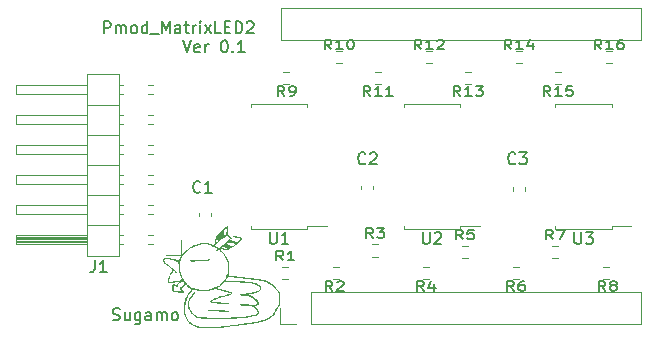
<source format=gbr>
%TF.GenerationSoftware,KiCad,Pcbnew,(6.0.9)*%
%TF.CreationDate,2023-03-11T18:38:12+09:00*%
%TF.ProjectId,Pmod_Matrix2,506d6f64-5f4d-4617-9472-6978322e6b69,rev?*%
%TF.SameCoordinates,Original*%
%TF.FileFunction,Legend,Top*%
%TF.FilePolarity,Positive*%
%FSLAX46Y46*%
G04 Gerber Fmt 4.6, Leading zero omitted, Abs format (unit mm)*
G04 Created by KiCad (PCBNEW (6.0.9)) date 2023-03-11 18:38:12*
%MOMM*%
%LPD*%
G01*
G04 APERTURE LIST*
%ADD10C,0.150000*%
%ADD11C,0.120000*%
G04 APERTURE END LIST*
D10*
X102775095Y-112799761D02*
X102917952Y-112847380D01*
X103156047Y-112847380D01*
X103251285Y-112799761D01*
X103298904Y-112752142D01*
X103346523Y-112656904D01*
X103346523Y-112561666D01*
X103298904Y-112466428D01*
X103251285Y-112418809D01*
X103156047Y-112371190D01*
X102965571Y-112323571D01*
X102870333Y-112275952D01*
X102822714Y-112228333D01*
X102775095Y-112133095D01*
X102775095Y-112037857D01*
X102822714Y-111942619D01*
X102870333Y-111895000D01*
X102965571Y-111847380D01*
X103203666Y-111847380D01*
X103346523Y-111895000D01*
X104203666Y-112180714D02*
X104203666Y-112847380D01*
X103775095Y-112180714D02*
X103775095Y-112704523D01*
X103822714Y-112799761D01*
X103917952Y-112847380D01*
X104060809Y-112847380D01*
X104156047Y-112799761D01*
X104203666Y-112752142D01*
X105108428Y-112180714D02*
X105108428Y-112990238D01*
X105060809Y-113085476D01*
X105013190Y-113133095D01*
X104917952Y-113180714D01*
X104775095Y-113180714D01*
X104679857Y-113133095D01*
X105108428Y-112799761D02*
X105013190Y-112847380D01*
X104822714Y-112847380D01*
X104727476Y-112799761D01*
X104679857Y-112752142D01*
X104632238Y-112656904D01*
X104632238Y-112371190D01*
X104679857Y-112275952D01*
X104727476Y-112228333D01*
X104822714Y-112180714D01*
X105013190Y-112180714D01*
X105108428Y-112228333D01*
X106013190Y-112847380D02*
X106013190Y-112323571D01*
X105965571Y-112228333D01*
X105870333Y-112180714D01*
X105679857Y-112180714D01*
X105584619Y-112228333D01*
X106013190Y-112799761D02*
X105917952Y-112847380D01*
X105679857Y-112847380D01*
X105584619Y-112799761D01*
X105537000Y-112704523D01*
X105537000Y-112609285D01*
X105584619Y-112514047D01*
X105679857Y-112466428D01*
X105917952Y-112466428D01*
X106013190Y-112418809D01*
X106489380Y-112847380D02*
X106489380Y-112180714D01*
X106489380Y-112275952D02*
X106537000Y-112228333D01*
X106632238Y-112180714D01*
X106775095Y-112180714D01*
X106870333Y-112228333D01*
X106917952Y-112323571D01*
X106917952Y-112847380D01*
X106917952Y-112323571D02*
X106965571Y-112228333D01*
X107060809Y-112180714D01*
X107203666Y-112180714D01*
X107298904Y-112228333D01*
X107346523Y-112323571D01*
X107346523Y-112847380D01*
X107965571Y-112847380D02*
X107870333Y-112799761D01*
X107822714Y-112752142D01*
X107775095Y-112656904D01*
X107775095Y-112371190D01*
X107822714Y-112275952D01*
X107870333Y-112228333D01*
X107965571Y-112180714D01*
X108108428Y-112180714D01*
X108203666Y-112228333D01*
X108251285Y-112275952D01*
X108298904Y-112371190D01*
X108298904Y-112656904D01*
X108251285Y-112752142D01*
X108203666Y-112799761D01*
X108108428Y-112847380D01*
X107965571Y-112847380D01*
X102021476Y-88547380D02*
X102021476Y-87547380D01*
X102402428Y-87547380D01*
X102497666Y-87595000D01*
X102545285Y-87642619D01*
X102592904Y-87737857D01*
X102592904Y-87880714D01*
X102545285Y-87975952D01*
X102497666Y-88023571D01*
X102402428Y-88071190D01*
X102021476Y-88071190D01*
X103021476Y-88547380D02*
X103021476Y-87880714D01*
X103021476Y-87975952D02*
X103069095Y-87928333D01*
X103164333Y-87880714D01*
X103307190Y-87880714D01*
X103402428Y-87928333D01*
X103450047Y-88023571D01*
X103450047Y-88547380D01*
X103450047Y-88023571D02*
X103497666Y-87928333D01*
X103592904Y-87880714D01*
X103735761Y-87880714D01*
X103831000Y-87928333D01*
X103878619Y-88023571D01*
X103878619Y-88547380D01*
X104497666Y-88547380D02*
X104402428Y-88499761D01*
X104354809Y-88452142D01*
X104307190Y-88356904D01*
X104307190Y-88071190D01*
X104354809Y-87975952D01*
X104402428Y-87928333D01*
X104497666Y-87880714D01*
X104640523Y-87880714D01*
X104735761Y-87928333D01*
X104783380Y-87975952D01*
X104831000Y-88071190D01*
X104831000Y-88356904D01*
X104783380Y-88452142D01*
X104735761Y-88499761D01*
X104640523Y-88547380D01*
X104497666Y-88547380D01*
X105688142Y-88547380D02*
X105688142Y-87547380D01*
X105688142Y-88499761D02*
X105592904Y-88547380D01*
X105402428Y-88547380D01*
X105307190Y-88499761D01*
X105259571Y-88452142D01*
X105211952Y-88356904D01*
X105211952Y-88071190D01*
X105259571Y-87975952D01*
X105307190Y-87928333D01*
X105402428Y-87880714D01*
X105592904Y-87880714D01*
X105688142Y-87928333D01*
X105926238Y-88642619D02*
X106688142Y-88642619D01*
X106926238Y-88547380D02*
X106926238Y-87547380D01*
X107259571Y-88261666D01*
X107592904Y-87547380D01*
X107592904Y-88547380D01*
X108497666Y-88547380D02*
X108497666Y-88023571D01*
X108450047Y-87928333D01*
X108354809Y-87880714D01*
X108164333Y-87880714D01*
X108069095Y-87928333D01*
X108497666Y-88499761D02*
X108402428Y-88547380D01*
X108164333Y-88547380D01*
X108069095Y-88499761D01*
X108021476Y-88404523D01*
X108021476Y-88309285D01*
X108069095Y-88214047D01*
X108164333Y-88166428D01*
X108402428Y-88166428D01*
X108497666Y-88118809D01*
X108831000Y-87880714D02*
X109211952Y-87880714D01*
X108973857Y-87547380D02*
X108973857Y-88404523D01*
X109021476Y-88499761D01*
X109116714Y-88547380D01*
X109211952Y-88547380D01*
X109545285Y-88547380D02*
X109545285Y-87880714D01*
X109545285Y-88071190D02*
X109592904Y-87975952D01*
X109640523Y-87928333D01*
X109735761Y-87880714D01*
X109831000Y-87880714D01*
X110164333Y-88547380D02*
X110164333Y-87880714D01*
X110164333Y-87547380D02*
X110116714Y-87595000D01*
X110164333Y-87642619D01*
X110211952Y-87595000D01*
X110164333Y-87547380D01*
X110164333Y-87642619D01*
X110545285Y-88547380D02*
X111069095Y-87880714D01*
X110545285Y-87880714D02*
X111069095Y-88547380D01*
X111926238Y-88547380D02*
X111450047Y-88547380D01*
X111450047Y-87547380D01*
X112259571Y-88023571D02*
X112592904Y-88023571D01*
X112735761Y-88547380D02*
X112259571Y-88547380D01*
X112259571Y-87547380D01*
X112735761Y-87547380D01*
X113164333Y-88547380D02*
X113164333Y-87547380D01*
X113402428Y-87547380D01*
X113545285Y-87595000D01*
X113640523Y-87690238D01*
X113688142Y-87785476D01*
X113735761Y-87975952D01*
X113735761Y-88118809D01*
X113688142Y-88309285D01*
X113640523Y-88404523D01*
X113545285Y-88499761D01*
X113402428Y-88547380D01*
X113164333Y-88547380D01*
X114116714Y-87642619D02*
X114164333Y-87595000D01*
X114259571Y-87547380D01*
X114497666Y-87547380D01*
X114592904Y-87595000D01*
X114640523Y-87642619D01*
X114688142Y-87737857D01*
X114688142Y-87833095D01*
X114640523Y-87975952D01*
X114069095Y-88547380D01*
X114688142Y-88547380D01*
X108735761Y-89157380D02*
X109069095Y-90157380D01*
X109402428Y-89157380D01*
X110116714Y-90109761D02*
X110021476Y-90157380D01*
X109831000Y-90157380D01*
X109735761Y-90109761D01*
X109688142Y-90014523D01*
X109688142Y-89633571D01*
X109735761Y-89538333D01*
X109831000Y-89490714D01*
X110021476Y-89490714D01*
X110116714Y-89538333D01*
X110164333Y-89633571D01*
X110164333Y-89728809D01*
X109688142Y-89824047D01*
X110592904Y-90157380D02*
X110592904Y-89490714D01*
X110592904Y-89681190D02*
X110640523Y-89585952D01*
X110688142Y-89538333D01*
X110783380Y-89490714D01*
X110878619Y-89490714D01*
X112164333Y-89157380D02*
X112259571Y-89157380D01*
X112354809Y-89205000D01*
X112402428Y-89252619D01*
X112450047Y-89347857D01*
X112497666Y-89538333D01*
X112497666Y-89776428D01*
X112450047Y-89966904D01*
X112402428Y-90062142D01*
X112354809Y-90109761D01*
X112259571Y-90157380D01*
X112164333Y-90157380D01*
X112069095Y-90109761D01*
X112021476Y-90062142D01*
X111973857Y-89966904D01*
X111926238Y-89776428D01*
X111926238Y-89538333D01*
X111973857Y-89347857D01*
X112021476Y-89252619D01*
X112069095Y-89205000D01*
X112164333Y-89157380D01*
X112926238Y-90062142D02*
X112973857Y-90109761D01*
X112926238Y-90157380D01*
X112878619Y-90109761D01*
X112926238Y-90062142D01*
X112926238Y-90157380D01*
X113926238Y-90157380D02*
X113354809Y-90157380D01*
X113640523Y-90157380D02*
X113640523Y-89157380D01*
X113545285Y-89300238D01*
X113450047Y-89395476D01*
X113354809Y-89443095D01*
%TO.C,U1*%
X116078095Y-105374380D02*
X116078095Y-106183904D01*
X116125714Y-106279142D01*
X116173333Y-106326761D01*
X116268571Y-106374380D01*
X116459047Y-106374380D01*
X116554285Y-106326761D01*
X116601904Y-106279142D01*
X116649523Y-106183904D01*
X116649523Y-105374380D01*
X117649523Y-106374380D02*
X117078095Y-106374380D01*
X117363809Y-106374380D02*
X117363809Y-105374380D01*
X117268571Y-105517238D01*
X117173333Y-105612476D01*
X117078095Y-105660095D01*
%TO.C,J1*%
X101261666Y-107767380D02*
X101261666Y-108481666D01*
X101214047Y-108624523D01*
X101118809Y-108719761D01*
X100975952Y-108767380D01*
X100880714Y-108767380D01*
X102261666Y-108767380D02*
X101690238Y-108767380D01*
X101975952Y-108767380D02*
X101975952Y-107767380D01*
X101880714Y-107910238D01*
X101785476Y-108005476D01*
X101690238Y-108053095D01*
%TO.C,U3*%
X141859095Y-105374380D02*
X141859095Y-106183904D01*
X141906714Y-106279142D01*
X141954333Y-106326761D01*
X142049571Y-106374380D01*
X142240047Y-106374380D01*
X142335285Y-106326761D01*
X142382904Y-106279142D01*
X142430523Y-106183904D01*
X142430523Y-105374380D01*
X142811476Y-105374380D02*
X143430523Y-105374380D01*
X143097190Y-105755333D01*
X143240047Y-105755333D01*
X143335285Y-105802952D01*
X143382904Y-105850571D01*
X143430523Y-105945809D01*
X143430523Y-106183904D01*
X143382904Y-106279142D01*
X143335285Y-106326761D01*
X143240047Y-106374380D01*
X142954333Y-106374380D01*
X142859095Y-106326761D01*
X142811476Y-106279142D01*
%TO.C,U2*%
X129032095Y-105374380D02*
X129032095Y-106183904D01*
X129079714Y-106279142D01*
X129127333Y-106326761D01*
X129222571Y-106374380D01*
X129413047Y-106374380D01*
X129508285Y-106326761D01*
X129555904Y-106279142D01*
X129603523Y-106183904D01*
X129603523Y-105374380D01*
X130032095Y-105469619D02*
X130079714Y-105422000D01*
X130174952Y-105374380D01*
X130413047Y-105374380D01*
X130508285Y-105422000D01*
X130555904Y-105469619D01*
X130603523Y-105564857D01*
X130603523Y-105660095D01*
X130555904Y-105802952D01*
X129984476Y-106374380D01*
X130603523Y-106374380D01*
%TO.C,R16*%
X144137142Y-89896904D02*
X143803809Y-89515952D01*
X143565714Y-89896904D02*
X143565714Y-89096904D01*
X143946666Y-89096904D01*
X144041904Y-89135000D01*
X144089523Y-89173095D01*
X144137142Y-89249285D01*
X144137142Y-89363571D01*
X144089523Y-89439761D01*
X144041904Y-89477857D01*
X143946666Y-89515952D01*
X143565714Y-89515952D01*
X145089523Y-89896904D02*
X144518095Y-89896904D01*
X144803809Y-89896904D02*
X144803809Y-89096904D01*
X144708571Y-89211190D01*
X144613333Y-89287380D01*
X144518095Y-89325476D01*
X145946666Y-89096904D02*
X145756190Y-89096904D01*
X145660952Y-89135000D01*
X145613333Y-89173095D01*
X145518095Y-89287380D01*
X145470476Y-89439761D01*
X145470476Y-89744523D01*
X145518095Y-89820714D01*
X145565714Y-89858809D01*
X145660952Y-89896904D01*
X145851428Y-89896904D01*
X145946666Y-89858809D01*
X145994285Y-89820714D01*
X146041904Y-89744523D01*
X146041904Y-89554047D01*
X145994285Y-89477857D01*
X145946666Y-89439761D01*
X145851428Y-89401666D01*
X145660952Y-89401666D01*
X145565714Y-89439761D01*
X145518095Y-89477857D01*
X145470476Y-89554047D01*
%TO.C,R15*%
X139819142Y-93833904D02*
X139485809Y-93452952D01*
X139247714Y-93833904D02*
X139247714Y-93033904D01*
X139628666Y-93033904D01*
X139723904Y-93072000D01*
X139771523Y-93110095D01*
X139819142Y-93186285D01*
X139819142Y-93300571D01*
X139771523Y-93376761D01*
X139723904Y-93414857D01*
X139628666Y-93452952D01*
X139247714Y-93452952D01*
X140771523Y-93833904D02*
X140200095Y-93833904D01*
X140485809Y-93833904D02*
X140485809Y-93033904D01*
X140390571Y-93148190D01*
X140295333Y-93224380D01*
X140200095Y-93262476D01*
X141676285Y-93033904D02*
X141200095Y-93033904D01*
X141152476Y-93414857D01*
X141200095Y-93376761D01*
X141295333Y-93338666D01*
X141533428Y-93338666D01*
X141628666Y-93376761D01*
X141676285Y-93414857D01*
X141723904Y-93491047D01*
X141723904Y-93681523D01*
X141676285Y-93757714D01*
X141628666Y-93795809D01*
X141533428Y-93833904D01*
X141295333Y-93833904D01*
X141200095Y-93795809D01*
X141152476Y-93757714D01*
%TO.C,R14*%
X136517142Y-89896904D02*
X136183809Y-89515952D01*
X135945714Y-89896904D02*
X135945714Y-89096904D01*
X136326666Y-89096904D01*
X136421904Y-89135000D01*
X136469523Y-89173095D01*
X136517142Y-89249285D01*
X136517142Y-89363571D01*
X136469523Y-89439761D01*
X136421904Y-89477857D01*
X136326666Y-89515952D01*
X135945714Y-89515952D01*
X137469523Y-89896904D02*
X136898095Y-89896904D01*
X137183809Y-89896904D02*
X137183809Y-89096904D01*
X137088571Y-89211190D01*
X136993333Y-89287380D01*
X136898095Y-89325476D01*
X138326666Y-89363571D02*
X138326666Y-89896904D01*
X138088571Y-89058809D02*
X137850476Y-89630238D01*
X138469523Y-89630238D01*
%TO.C,R13*%
X132199142Y-93833904D02*
X131865809Y-93452952D01*
X131627714Y-93833904D02*
X131627714Y-93033904D01*
X132008666Y-93033904D01*
X132103904Y-93072000D01*
X132151523Y-93110095D01*
X132199142Y-93186285D01*
X132199142Y-93300571D01*
X132151523Y-93376761D01*
X132103904Y-93414857D01*
X132008666Y-93452952D01*
X131627714Y-93452952D01*
X133151523Y-93833904D02*
X132580095Y-93833904D01*
X132865809Y-93833904D02*
X132865809Y-93033904D01*
X132770571Y-93148190D01*
X132675333Y-93224380D01*
X132580095Y-93262476D01*
X133484857Y-93033904D02*
X134103904Y-93033904D01*
X133770571Y-93338666D01*
X133913428Y-93338666D01*
X134008666Y-93376761D01*
X134056285Y-93414857D01*
X134103904Y-93491047D01*
X134103904Y-93681523D01*
X134056285Y-93757714D01*
X134008666Y-93795809D01*
X133913428Y-93833904D01*
X133627714Y-93833904D01*
X133532476Y-93795809D01*
X133484857Y-93757714D01*
%TO.C,R12*%
X128897142Y-89896904D02*
X128563809Y-89515952D01*
X128325714Y-89896904D02*
X128325714Y-89096904D01*
X128706666Y-89096904D01*
X128801904Y-89135000D01*
X128849523Y-89173095D01*
X128897142Y-89249285D01*
X128897142Y-89363571D01*
X128849523Y-89439761D01*
X128801904Y-89477857D01*
X128706666Y-89515952D01*
X128325714Y-89515952D01*
X129849523Y-89896904D02*
X129278095Y-89896904D01*
X129563809Y-89896904D02*
X129563809Y-89096904D01*
X129468571Y-89211190D01*
X129373333Y-89287380D01*
X129278095Y-89325476D01*
X130230476Y-89173095D02*
X130278095Y-89135000D01*
X130373333Y-89096904D01*
X130611428Y-89096904D01*
X130706666Y-89135000D01*
X130754285Y-89173095D01*
X130801904Y-89249285D01*
X130801904Y-89325476D01*
X130754285Y-89439761D01*
X130182857Y-89896904D01*
X130801904Y-89896904D01*
%TO.C,R11*%
X124579142Y-93833904D02*
X124245809Y-93452952D01*
X124007714Y-93833904D02*
X124007714Y-93033904D01*
X124388666Y-93033904D01*
X124483904Y-93072000D01*
X124531523Y-93110095D01*
X124579142Y-93186285D01*
X124579142Y-93300571D01*
X124531523Y-93376761D01*
X124483904Y-93414857D01*
X124388666Y-93452952D01*
X124007714Y-93452952D01*
X125531523Y-93833904D02*
X124960095Y-93833904D01*
X125245809Y-93833904D02*
X125245809Y-93033904D01*
X125150571Y-93148190D01*
X125055333Y-93224380D01*
X124960095Y-93262476D01*
X126483904Y-93833904D02*
X125912476Y-93833904D01*
X126198190Y-93833904D02*
X126198190Y-93033904D01*
X126102952Y-93148190D01*
X126007714Y-93224380D01*
X125912476Y-93262476D01*
%TO.C,R10*%
X121277142Y-89896904D02*
X120943809Y-89515952D01*
X120705714Y-89896904D02*
X120705714Y-89096904D01*
X121086666Y-89096904D01*
X121181904Y-89135000D01*
X121229523Y-89173095D01*
X121277142Y-89249285D01*
X121277142Y-89363571D01*
X121229523Y-89439761D01*
X121181904Y-89477857D01*
X121086666Y-89515952D01*
X120705714Y-89515952D01*
X122229523Y-89896904D02*
X121658095Y-89896904D01*
X121943809Y-89896904D02*
X121943809Y-89096904D01*
X121848571Y-89211190D01*
X121753333Y-89287380D01*
X121658095Y-89325476D01*
X122848571Y-89096904D02*
X122943809Y-89096904D01*
X123039047Y-89135000D01*
X123086666Y-89173095D01*
X123134285Y-89249285D01*
X123181904Y-89401666D01*
X123181904Y-89592142D01*
X123134285Y-89744523D01*
X123086666Y-89820714D01*
X123039047Y-89858809D01*
X122943809Y-89896904D01*
X122848571Y-89896904D01*
X122753333Y-89858809D01*
X122705714Y-89820714D01*
X122658095Y-89744523D01*
X122610476Y-89592142D01*
X122610476Y-89401666D01*
X122658095Y-89249285D01*
X122705714Y-89173095D01*
X122753333Y-89135000D01*
X122848571Y-89096904D01*
%TO.C,R9*%
X117308333Y-93833904D02*
X116975000Y-93452952D01*
X116736904Y-93833904D02*
X116736904Y-93033904D01*
X117117857Y-93033904D01*
X117213095Y-93072000D01*
X117260714Y-93110095D01*
X117308333Y-93186285D01*
X117308333Y-93300571D01*
X117260714Y-93376761D01*
X117213095Y-93414857D01*
X117117857Y-93452952D01*
X116736904Y-93452952D01*
X117784523Y-93833904D02*
X117975000Y-93833904D01*
X118070238Y-93795809D01*
X118117857Y-93757714D01*
X118213095Y-93643428D01*
X118260714Y-93491047D01*
X118260714Y-93186285D01*
X118213095Y-93110095D01*
X118165476Y-93072000D01*
X118070238Y-93033904D01*
X117879761Y-93033904D01*
X117784523Y-93072000D01*
X117736904Y-93110095D01*
X117689285Y-93186285D01*
X117689285Y-93376761D01*
X117736904Y-93452952D01*
X117784523Y-93491047D01*
X117879761Y-93529142D01*
X118070238Y-93529142D01*
X118165476Y-93491047D01*
X118213095Y-93452952D01*
X118260714Y-93376761D01*
%TO.C,R8*%
X144486333Y-110343904D02*
X144153000Y-109962952D01*
X143914904Y-110343904D02*
X143914904Y-109543904D01*
X144295857Y-109543904D01*
X144391095Y-109582000D01*
X144438714Y-109620095D01*
X144486333Y-109696285D01*
X144486333Y-109810571D01*
X144438714Y-109886761D01*
X144391095Y-109924857D01*
X144295857Y-109962952D01*
X143914904Y-109962952D01*
X145057761Y-109886761D02*
X144962523Y-109848666D01*
X144914904Y-109810571D01*
X144867285Y-109734380D01*
X144867285Y-109696285D01*
X144914904Y-109620095D01*
X144962523Y-109582000D01*
X145057761Y-109543904D01*
X145248238Y-109543904D01*
X145343476Y-109582000D01*
X145391095Y-109620095D01*
X145438714Y-109696285D01*
X145438714Y-109734380D01*
X145391095Y-109810571D01*
X145343476Y-109848666D01*
X145248238Y-109886761D01*
X145057761Y-109886761D01*
X144962523Y-109924857D01*
X144914904Y-109962952D01*
X144867285Y-110039142D01*
X144867285Y-110191523D01*
X144914904Y-110267714D01*
X144962523Y-110305809D01*
X145057761Y-110343904D01*
X145248238Y-110343904D01*
X145343476Y-110305809D01*
X145391095Y-110267714D01*
X145438714Y-110191523D01*
X145438714Y-110039142D01*
X145391095Y-109962952D01*
X145343476Y-109924857D01*
X145248238Y-109886761D01*
%TO.C,R7*%
X140041333Y-105992904D02*
X139708000Y-105611952D01*
X139469904Y-105992904D02*
X139469904Y-105192904D01*
X139850857Y-105192904D01*
X139946095Y-105231000D01*
X139993714Y-105269095D01*
X140041333Y-105345285D01*
X140041333Y-105459571D01*
X139993714Y-105535761D01*
X139946095Y-105573857D01*
X139850857Y-105611952D01*
X139469904Y-105611952D01*
X140374666Y-105192904D02*
X141041333Y-105192904D01*
X140612761Y-105992904D01*
%TO.C,R6*%
X136739333Y-110343904D02*
X136406000Y-109962952D01*
X136167904Y-110343904D02*
X136167904Y-109543904D01*
X136548857Y-109543904D01*
X136644095Y-109582000D01*
X136691714Y-109620095D01*
X136739333Y-109696285D01*
X136739333Y-109810571D01*
X136691714Y-109886761D01*
X136644095Y-109924857D01*
X136548857Y-109962952D01*
X136167904Y-109962952D01*
X137596476Y-109543904D02*
X137406000Y-109543904D01*
X137310761Y-109582000D01*
X137263142Y-109620095D01*
X137167904Y-109734380D01*
X137120285Y-109886761D01*
X137120285Y-110191523D01*
X137167904Y-110267714D01*
X137215523Y-110305809D01*
X137310761Y-110343904D01*
X137501238Y-110343904D01*
X137596476Y-110305809D01*
X137644095Y-110267714D01*
X137691714Y-110191523D01*
X137691714Y-110001047D01*
X137644095Y-109924857D01*
X137596476Y-109886761D01*
X137501238Y-109848666D01*
X137310761Y-109848666D01*
X137215523Y-109886761D01*
X137167904Y-109924857D01*
X137120285Y-110001047D01*
%TO.C,R5*%
X132421333Y-105992904D02*
X132088000Y-105611952D01*
X131849904Y-105992904D02*
X131849904Y-105192904D01*
X132230857Y-105192904D01*
X132326095Y-105231000D01*
X132373714Y-105269095D01*
X132421333Y-105345285D01*
X132421333Y-105459571D01*
X132373714Y-105535761D01*
X132326095Y-105573857D01*
X132230857Y-105611952D01*
X131849904Y-105611952D01*
X133326095Y-105192904D02*
X132849904Y-105192904D01*
X132802285Y-105573857D01*
X132849904Y-105535761D01*
X132945142Y-105497666D01*
X133183238Y-105497666D01*
X133278476Y-105535761D01*
X133326095Y-105573857D01*
X133373714Y-105650047D01*
X133373714Y-105840523D01*
X133326095Y-105916714D01*
X133278476Y-105954809D01*
X133183238Y-105992904D01*
X132945142Y-105992904D01*
X132849904Y-105954809D01*
X132802285Y-105916714D01*
%TO.C,R4*%
X129119333Y-110343904D02*
X128786000Y-109962952D01*
X128547904Y-110343904D02*
X128547904Y-109543904D01*
X128928857Y-109543904D01*
X129024095Y-109582000D01*
X129071714Y-109620095D01*
X129119333Y-109696285D01*
X129119333Y-109810571D01*
X129071714Y-109886761D01*
X129024095Y-109924857D01*
X128928857Y-109962952D01*
X128547904Y-109962952D01*
X129976476Y-109810571D02*
X129976476Y-110343904D01*
X129738380Y-109505809D02*
X129500285Y-110077238D01*
X130119333Y-110077238D01*
%TO.C,R3*%
X124801333Y-105865904D02*
X124468000Y-105484952D01*
X124229904Y-105865904D02*
X124229904Y-105065904D01*
X124610857Y-105065904D01*
X124706095Y-105104000D01*
X124753714Y-105142095D01*
X124801333Y-105218285D01*
X124801333Y-105332571D01*
X124753714Y-105408761D01*
X124706095Y-105446857D01*
X124610857Y-105484952D01*
X124229904Y-105484952D01*
X125134666Y-105065904D02*
X125753714Y-105065904D01*
X125420380Y-105370666D01*
X125563238Y-105370666D01*
X125658476Y-105408761D01*
X125706095Y-105446857D01*
X125753714Y-105523047D01*
X125753714Y-105713523D01*
X125706095Y-105789714D01*
X125658476Y-105827809D01*
X125563238Y-105865904D01*
X125277523Y-105865904D01*
X125182285Y-105827809D01*
X125134666Y-105789714D01*
%TO.C,R2*%
X121372333Y-110343904D02*
X121039000Y-109962952D01*
X120800904Y-110343904D02*
X120800904Y-109543904D01*
X121181857Y-109543904D01*
X121277095Y-109582000D01*
X121324714Y-109620095D01*
X121372333Y-109696285D01*
X121372333Y-109810571D01*
X121324714Y-109886761D01*
X121277095Y-109924857D01*
X121181857Y-109962952D01*
X120800904Y-109962952D01*
X121753285Y-109620095D02*
X121800904Y-109582000D01*
X121896142Y-109543904D01*
X122134238Y-109543904D01*
X122229476Y-109582000D01*
X122277095Y-109620095D01*
X122324714Y-109696285D01*
X122324714Y-109772476D01*
X122277095Y-109886761D01*
X121705666Y-110343904D01*
X122324714Y-110343904D01*
%TO.C,R1*%
X117204833Y-107770904D02*
X116871500Y-107389952D01*
X116633404Y-107770904D02*
X116633404Y-106970904D01*
X117014357Y-106970904D01*
X117109595Y-107009000D01*
X117157214Y-107047095D01*
X117204833Y-107123285D01*
X117204833Y-107237571D01*
X117157214Y-107313761D01*
X117109595Y-107351857D01*
X117014357Y-107389952D01*
X116633404Y-107389952D01*
X118157214Y-107770904D02*
X117585785Y-107770904D01*
X117871500Y-107770904D02*
X117871500Y-106970904D01*
X117776261Y-107085190D01*
X117681023Y-107161380D01*
X117585785Y-107199476D01*
%TO.C,C3*%
X136866333Y-99544142D02*
X136818714Y-99591761D01*
X136675857Y-99639380D01*
X136580619Y-99639380D01*
X136437761Y-99591761D01*
X136342523Y-99496523D01*
X136294904Y-99401285D01*
X136247285Y-99210809D01*
X136247285Y-99067952D01*
X136294904Y-98877476D01*
X136342523Y-98782238D01*
X136437761Y-98687000D01*
X136580619Y-98639380D01*
X136675857Y-98639380D01*
X136818714Y-98687000D01*
X136866333Y-98734619D01*
X137199666Y-98639380D02*
X137818714Y-98639380D01*
X137485380Y-99020333D01*
X137628238Y-99020333D01*
X137723476Y-99067952D01*
X137771095Y-99115571D01*
X137818714Y-99210809D01*
X137818714Y-99448904D01*
X137771095Y-99544142D01*
X137723476Y-99591761D01*
X137628238Y-99639380D01*
X137342523Y-99639380D01*
X137247285Y-99591761D01*
X137199666Y-99544142D01*
%TO.C,C2*%
X124166333Y-99544142D02*
X124118714Y-99591761D01*
X123975857Y-99639380D01*
X123880619Y-99639380D01*
X123737761Y-99591761D01*
X123642523Y-99496523D01*
X123594904Y-99401285D01*
X123547285Y-99210809D01*
X123547285Y-99067952D01*
X123594904Y-98877476D01*
X123642523Y-98782238D01*
X123737761Y-98687000D01*
X123880619Y-98639380D01*
X123975857Y-98639380D01*
X124118714Y-98687000D01*
X124166333Y-98734619D01*
X124547285Y-98734619D02*
X124594904Y-98687000D01*
X124690142Y-98639380D01*
X124928238Y-98639380D01*
X125023476Y-98687000D01*
X125071095Y-98734619D01*
X125118714Y-98829857D01*
X125118714Y-98925095D01*
X125071095Y-99067952D01*
X124499666Y-99639380D01*
X125118714Y-99639380D01*
%TO.C,C1*%
X110196333Y-101957142D02*
X110148714Y-102004761D01*
X110005857Y-102052380D01*
X109910619Y-102052380D01*
X109767761Y-102004761D01*
X109672523Y-101909523D01*
X109624904Y-101814285D01*
X109577285Y-101623809D01*
X109577285Y-101480952D01*
X109624904Y-101290476D01*
X109672523Y-101195238D01*
X109767761Y-101100000D01*
X109910619Y-101052380D01*
X110005857Y-101052380D01*
X110148714Y-101100000D01*
X110196333Y-101147619D01*
X111148714Y-102052380D02*
X110577285Y-102052380D01*
X110863000Y-102052380D02*
X110863000Y-101052380D01*
X110767761Y-101195238D01*
X110672523Y-101290476D01*
X110577285Y-101338095D01*
%TO.C,G\u002A\u002A\u002A*%
G36*
X112130721Y-106655516D02*
G01*
X112118296Y-106644789D01*
X112116577Y-106637117D01*
X112130610Y-106615220D01*
X112164733Y-106589202D01*
X112169530Y-106586387D01*
X112205384Y-106558461D01*
X112222195Y-106530549D01*
X112222372Y-106528144D01*
X112218873Y-106512292D01*
X112205038Y-106511794D01*
X112175861Y-106528952D01*
X112126335Y-106566070D01*
X112107126Y-106581153D01*
X112051298Y-106627891D01*
X111995099Y-106679327D01*
X111944912Y-106729060D01*
X111907117Y-106770686D01*
X111888094Y-106797805D01*
X111887000Y-106802020D01*
X111897731Y-106821526D01*
X111926001Y-106860247D01*
X111965926Y-106910984D01*
X112011621Y-106966539D01*
X112057202Y-107019715D01*
X112096784Y-107063314D01*
X112117697Y-107084211D01*
X112144346Y-107113043D01*
X112181595Y-107158306D01*
X112206182Y-107190118D01*
X112242725Y-107237306D01*
X112272894Y-107273866D01*
X112285311Y-107287199D01*
X112308239Y-107315785D01*
X112342841Y-107367986D01*
X112384562Y-107436071D01*
X112428845Y-107512306D01*
X112471136Y-107588956D01*
X112506877Y-107658288D01*
X112519362Y-107684499D01*
X112555798Y-107766144D01*
X112583574Y-107836640D01*
X112603920Y-107903023D01*
X112618067Y-107972328D01*
X112627245Y-108051589D01*
X112632687Y-108147843D01*
X112635621Y-108268123D01*
X112636695Y-108355094D01*
X112640315Y-108716942D01*
X112618225Y-108134454D01*
X112610697Y-108849326D01*
X112555855Y-108849326D01*
X112518213Y-108845158D01*
X112509123Y-108830250D01*
X112511258Y-108822629D01*
X112521218Y-108780267D01*
X112530662Y-108711167D01*
X112539020Y-108623895D01*
X112545727Y-108527013D01*
X112550214Y-108429087D01*
X112551914Y-108338681D01*
X112550261Y-108264359D01*
X112549248Y-108249187D01*
X112531186Y-108089547D01*
X112502030Y-107949415D01*
X112457772Y-107814178D01*
X112394403Y-107669221D01*
X112384624Y-107649048D01*
X112337188Y-107554018D01*
X112294600Y-107474777D01*
X112252320Y-107405101D01*
X112205812Y-107338762D01*
X112150537Y-107269536D01*
X112081956Y-107191198D01*
X111995532Y-107097521D01*
X111938140Y-107036562D01*
X111876424Y-106972419D01*
X111831871Y-106931491D01*
X111797851Y-106910916D01*
X111767733Y-106907829D01*
X111734887Y-106919368D01*
X111704714Y-106935761D01*
X111634324Y-106969119D01*
X111584486Y-106977571D01*
X111556870Y-106961101D01*
X111551628Y-106936912D01*
X111567177Y-106888314D01*
X111605516Y-106850565D01*
X111650099Y-106836360D01*
X111661910Y-106827617D01*
X111648192Y-106805248D01*
X111613952Y-106773340D01*
X111564201Y-106735980D01*
X111503945Y-106697255D01*
X111438193Y-106661252D01*
X111431419Y-106657915D01*
X111371347Y-106629628D01*
X111334511Y-106616175D01*
X111312888Y-106615990D01*
X111298454Y-106627503D01*
X111295518Y-106631353D01*
X111269639Y-106654253D01*
X111244815Y-106660322D01*
X111233908Y-106646678D01*
X111223443Y-106625692D01*
X111197212Y-106589758D01*
X111185367Y-106575316D01*
X111154078Y-106544467D01*
X111114213Y-106519936D01*
X111071558Y-106503150D01*
X111428070Y-106503150D01*
X111443957Y-106524854D01*
X111491265Y-106561204D01*
X111569468Y-106611829D01*
X111651490Y-106660937D01*
X111714671Y-106696108D01*
X111755916Y-106713733D01*
X111782432Y-106716188D01*
X111797567Y-106709069D01*
X111825572Y-106687051D01*
X111870293Y-106651210D01*
X111912659Y-106616924D01*
X111967399Y-106571560D01*
X112017901Y-106528264D01*
X112045043Y-106503931D01*
X112074820Y-106477377D01*
X112125290Y-106433644D01*
X112175597Y-106390601D01*
X112340395Y-106390601D01*
X112418180Y-106399396D01*
X112493169Y-106416380D01*
X112578138Y-106448375D01*
X112659380Y-106489146D01*
X112723188Y-106532455D01*
X112735779Y-106543904D01*
X112772445Y-106573491D01*
X112803418Y-106587635D01*
X112804860Y-106587771D01*
X112832014Y-106579795D01*
X112879344Y-106557337D01*
X112937322Y-106524988D01*
X112946069Y-106519736D01*
X113013010Y-106479672D01*
X113078067Y-106441586D01*
X113126993Y-106413816D01*
X113167674Y-106388304D01*
X113191012Y-106367549D01*
X113193185Y-106362583D01*
X113176891Y-106354666D01*
X113133323Y-106346108D01*
X113070450Y-106338308D01*
X113038737Y-106335478D01*
X112917185Y-106322847D01*
X112804675Y-106305526D01*
X112708176Y-106284944D01*
X112634659Y-106262533D01*
X112598214Y-106245008D01*
X112570972Y-106230873D01*
X112544660Y-106229666D01*
X112512612Y-106244354D01*
X112468161Y-106277903D01*
X112409354Y-106329075D01*
X112340395Y-106390601D01*
X112175597Y-106390601D01*
X112190077Y-106378212D01*
X112262800Y-106316558D01*
X112284151Y-106298561D01*
X112398441Y-106199925D01*
X112490155Y-106114773D01*
X112565817Y-106036603D01*
X112631953Y-105958913D01*
X112656352Y-105927628D01*
X112699359Y-105871242D01*
X112632964Y-105827126D01*
X112565825Y-105777291D01*
X112499306Y-105719044D01*
X112440303Y-105659406D01*
X112395714Y-105605398D01*
X112372434Y-105564040D01*
X112371585Y-105561039D01*
X112370397Y-105517852D01*
X112379880Y-105443840D01*
X112399629Y-105341701D01*
X112414430Y-105275755D01*
X112434561Y-105188136D01*
X112451391Y-105112338D01*
X112463433Y-105055253D01*
X112469200Y-105023774D01*
X112469488Y-105020573D01*
X112458288Y-105002049D01*
X112424780Y-105010710D01*
X112369099Y-105046491D01*
X112302806Y-105099562D01*
X112236274Y-105159751D01*
X112198565Y-105203662D01*
X112188378Y-105233426D01*
X112204413Y-105251172D01*
X112209133Y-105252974D01*
X112219108Y-105266874D01*
X112225201Y-105303242D01*
X112227758Y-105366228D01*
X112227125Y-105459981D01*
X112226980Y-105467325D01*
X112225580Y-105554920D01*
X112226067Y-105612180D01*
X112229082Y-105644049D01*
X112235269Y-105655471D01*
X112245271Y-105651393D01*
X112250305Y-105646708D01*
X112288524Y-105623319D01*
X112325284Y-105622690D01*
X112348452Y-105644414D01*
X112350113Y-105650055D01*
X112350872Y-105686359D01*
X112334207Y-105722864D01*
X112296432Y-105763753D01*
X112233860Y-105813210D01*
X112163665Y-105861625D01*
X111880169Y-106067789D01*
X111686729Y-106233095D01*
X111616582Y-106299077D01*
X111551153Y-106363380D01*
X111495207Y-106421034D01*
X111453506Y-106467064D01*
X111430814Y-106496498D01*
X111428070Y-106503150D01*
X111071558Y-106503150D01*
X111056924Y-106497391D01*
X110977966Y-106473775D01*
X110756089Y-106425813D01*
X110538438Y-106407328D01*
X110320616Y-106418741D01*
X110098226Y-106460470D01*
X109866873Y-106532933D01*
X109715909Y-106593956D01*
X109642907Y-106626605D01*
X109580344Y-106656076D01*
X109536494Y-106678392D01*
X109521746Y-106687326D01*
X109492047Y-106706990D01*
X109443897Y-106735984D01*
X109407014Y-106757137D01*
X109266127Y-106845390D01*
X109122070Y-106952044D01*
X108981939Y-107070687D01*
X108852829Y-107194909D01*
X108741836Y-107318299D01*
X108656054Y-107434446D01*
X108654274Y-107437234D01*
X108607578Y-107521615D01*
X108561295Y-107623779D01*
X108521328Y-107729202D01*
X108493578Y-107823362D01*
X108489286Y-107843210D01*
X108471728Y-107966430D01*
X108461567Y-108110560D01*
X108459155Y-108261920D01*
X108464847Y-108406828D01*
X108472607Y-108487477D01*
X108495618Y-108645949D01*
X108524009Y-108783573D01*
X108561261Y-108911596D01*
X108610854Y-109041268D01*
X108676266Y-109183838D01*
X108707376Y-109246476D01*
X108771106Y-109367754D01*
X108824509Y-109458100D01*
X108869178Y-109519816D01*
X108906703Y-109555200D01*
X108928039Y-109565174D01*
X108966348Y-109592270D01*
X108991465Y-109639382D01*
X109031626Y-109723939D01*
X109090771Y-109803049D01*
X109173131Y-109881016D01*
X109282936Y-109962140D01*
X109354061Y-110008108D01*
X109495508Y-110081841D01*
X109666736Y-110144989D01*
X109869775Y-110198284D01*
X109901246Y-110205084D01*
X109977762Y-110220468D01*
X110045955Y-110231920D01*
X110113372Y-110240020D01*
X110187560Y-110245344D01*
X110276065Y-110248473D01*
X110386434Y-110249985D01*
X110492559Y-110250413D01*
X110618887Y-110250450D01*
X110716069Y-110249693D01*
X110790261Y-110247592D01*
X110847618Y-110243599D01*
X110894297Y-110237162D01*
X110936452Y-110227733D01*
X110980240Y-110214762D01*
X111013268Y-110203912D01*
X111131761Y-110157001D01*
X111246026Y-110095058D01*
X111352795Y-110023127D01*
X111379622Y-110017644D01*
X111400160Y-110036365D01*
X111423087Y-110059414D01*
X111450683Y-110064755D01*
X111492028Y-110051939D01*
X111538686Y-110029550D01*
X111624029Y-109978605D01*
X111724647Y-109906672D01*
X111833242Y-109819909D01*
X111942514Y-109724468D01*
X112045164Y-109626506D01*
X112133895Y-109532176D01*
X112148314Y-109515483D01*
X112206397Y-109442041D01*
X112267810Y-109356413D01*
X112318021Y-109279110D01*
X112394100Y-109152882D01*
X112352364Y-109133866D01*
X112316769Y-109107626D01*
X112314589Y-109080717D01*
X112344504Y-109058762D01*
X112371778Y-109051267D01*
X112423474Y-109036347D01*
X112454965Y-109009355D01*
X112475896Y-108960359D01*
X112482152Y-108937581D01*
X112498152Y-108894666D01*
X112524256Y-108875547D01*
X112554348Y-108870271D01*
X112591032Y-108870038D01*
X112607857Y-108883124D01*
X112607374Y-108916226D01*
X112593217Y-108972288D01*
X112584671Y-109026562D01*
X112593217Y-109050719D01*
X112605367Y-109079338D01*
X112610687Y-109124484D01*
X112610697Y-109126449D01*
X112606171Y-109167575D01*
X112588887Y-109183382D01*
X112575673Y-109184697D01*
X112530208Y-109200566D01*
X112478349Y-109244768D01*
X112425011Y-109312194D01*
X112380238Y-109387686D01*
X112325322Y-109493593D01*
X112459869Y-109502418D01*
X112542103Y-109510885D01*
X112592165Y-109523717D01*
X112611111Y-109537720D01*
X112624584Y-109554259D01*
X112628073Y-109539673D01*
X112628078Y-109539287D01*
X112645145Y-109531486D01*
X112693583Y-109525895D01*
X112769538Y-109522385D01*
X112869156Y-109520829D01*
X112988583Y-109521097D01*
X113123965Y-109523063D01*
X113271449Y-109526597D01*
X113427179Y-109531573D01*
X113587303Y-109537862D01*
X113747965Y-109545336D01*
X113905314Y-109553868D01*
X114055493Y-109563328D01*
X114194650Y-109573589D01*
X114318931Y-109584523D01*
X114424481Y-109596002D01*
X114455242Y-109599983D01*
X114625947Y-109626010D01*
X114766994Y-109654528D01*
X114884023Y-109687687D01*
X114982678Y-109727635D01*
X115068599Y-109776521D01*
X115147428Y-109836493D01*
X115197982Y-109882872D01*
X115281925Y-109979103D01*
X115331793Y-110070743D01*
X115347508Y-110157052D01*
X115328993Y-110237286D01*
X115276168Y-110310703D01*
X115245669Y-110337791D01*
X115206279Y-110370990D01*
X115179669Y-110395592D01*
X115144431Y-110419628D01*
X115084079Y-110449825D01*
X115007418Y-110482559D01*
X114923252Y-110514202D01*
X114840385Y-110541130D01*
X114798115Y-110552726D01*
X114734873Y-110567175D01*
X114648427Y-110584982D01*
X114550418Y-110603831D01*
X114457587Y-110620523D01*
X114231276Y-110659631D01*
X114435928Y-110745744D01*
X114513397Y-110779241D01*
X114577418Y-110808635D01*
X114621806Y-110830962D01*
X114640378Y-110843255D01*
X114640579Y-110843874D01*
X114654734Y-110859236D01*
X114683331Y-110875369D01*
X114729924Y-110901192D01*
X114758348Y-110921239D01*
X114788061Y-110945337D01*
X114835223Y-110983373D01*
X114889739Y-111027205D01*
X114890890Y-111028129D01*
X114947834Y-111077411D01*
X114998815Y-111127666D01*
X115031249Y-111166017D01*
X115059526Y-111204821D01*
X115079721Y-111229561D01*
X115082529Y-111232230D01*
X115098169Y-111258003D01*
X115114988Y-111304343D01*
X115128639Y-111356954D01*
X115134775Y-111401537D01*
X115134811Y-111404238D01*
X115117879Y-111467454D01*
X115069958Y-111527263D01*
X114995359Y-111579941D01*
X114898393Y-111621764D01*
X114874457Y-111629147D01*
X114843585Y-111645067D01*
X114834742Y-111659442D01*
X114846540Y-111678809D01*
X114878561Y-111717055D01*
X114925744Y-111768425D01*
X114976112Y-111820240D01*
X115056558Y-111907076D01*
X115110887Y-111982561D01*
X115142693Y-112054410D01*
X115155569Y-112130339D01*
X115154375Y-112203044D01*
X115136042Y-112248117D01*
X115091371Y-112300745D01*
X115026911Y-112355657D01*
X114949214Y-112407580D01*
X114864830Y-112451244D01*
X114826814Y-112466649D01*
X114671698Y-112517851D01*
X114505462Y-112560826D01*
X114322149Y-112596735D01*
X114115805Y-112626740D01*
X113880475Y-112652003D01*
X113872754Y-112652714D01*
X113713091Y-112666630D01*
X113556791Y-112678655D01*
X113400063Y-112688905D01*
X113239117Y-112697492D01*
X113070161Y-112704531D01*
X112889405Y-112710135D01*
X112693057Y-112714419D01*
X112477327Y-112717495D01*
X112238423Y-112719479D01*
X111972555Y-112720483D01*
X111675931Y-112720621D01*
X111613407Y-112720556D01*
X111335195Y-112719937D01*
X111090124Y-112718769D01*
X110876036Y-112716969D01*
X110690771Y-112714456D01*
X110532172Y-112711147D01*
X110398080Y-112706962D01*
X110286337Y-112701817D01*
X110194785Y-112695632D01*
X110121265Y-112688324D01*
X110063618Y-112679812D01*
X110019687Y-112670013D01*
X109987378Y-112658874D01*
X109904132Y-112617036D01*
X109810400Y-112560678D01*
X109712630Y-112494679D01*
X109617266Y-112423918D01*
X109530753Y-112353277D01*
X109459538Y-112287633D01*
X109410066Y-112231867D01*
X109396932Y-112211869D01*
X109367862Y-112162612D01*
X109341953Y-112123532D01*
X109335176Y-112114788D01*
X109309995Y-112076743D01*
X109277159Y-112015883D01*
X109241563Y-111942392D01*
X109208099Y-111866453D01*
X109181661Y-111798247D01*
X109178247Y-111788242D01*
X109157298Y-111701264D01*
X109143247Y-111594438D01*
X109136820Y-111481022D01*
X109138743Y-111374273D01*
X109149741Y-111287447D01*
X109150615Y-111283551D01*
X109168199Y-111222689D01*
X109194873Y-111147940D01*
X109226819Y-111068257D01*
X109260218Y-110992590D01*
X109291249Y-110929893D01*
X109316095Y-110889118D01*
X109321662Y-110882607D01*
X109344727Y-110855124D01*
X109378325Y-110810189D01*
X109401355Y-110777524D01*
X109451980Y-110710389D01*
X109511145Y-110641943D01*
X109573689Y-110577007D01*
X109634449Y-110520400D01*
X109688264Y-110476944D01*
X109729971Y-110451458D01*
X109753846Y-110448383D01*
X109768924Y-110475456D01*
X109753699Y-110519527D01*
X109708053Y-110580847D01*
X109676194Y-110615557D01*
X109526658Y-110783302D01*
X109409545Y-110942759D01*
X109323774Y-111096767D01*
X109268265Y-111248162D01*
X109241937Y-111399784D01*
X109243710Y-111554470D01*
X109266662Y-111691160D01*
X109283107Y-111747168D01*
X109308196Y-111816009D01*
X109338609Y-111890348D01*
X109371028Y-111962850D01*
X109402134Y-112026178D01*
X109428610Y-112072998D01*
X109447136Y-112095973D01*
X109450321Y-112097137D01*
X109464969Y-112111691D01*
X109486046Y-112148200D01*
X109494069Y-112165078D01*
X109529214Y-112215985D01*
X109590780Y-112277041D01*
X109672999Y-112343892D01*
X109770107Y-112412185D01*
X109876338Y-112477566D01*
X109983152Y-112534335D01*
X110020314Y-112549933D01*
X110065043Y-112563389D01*
X110120205Y-112574908D01*
X110188667Y-112584693D01*
X110273295Y-112592948D01*
X110376957Y-112599875D01*
X110502519Y-112605680D01*
X110652849Y-112610565D01*
X110830812Y-112614735D01*
X111039277Y-112618392D01*
X111198605Y-112620673D01*
X111470013Y-112623053D01*
X111749210Y-112623172D01*
X112032040Y-112621154D01*
X112314351Y-112617124D01*
X112591987Y-112611206D01*
X112860795Y-112603525D01*
X113116620Y-112594206D01*
X113355308Y-112583373D01*
X113572704Y-112571150D01*
X113764654Y-112557662D01*
X113927005Y-112543033D01*
X113978661Y-112537365D01*
X114117222Y-112518416D01*
X114264709Y-112493317D01*
X114413679Y-112463744D01*
X114556690Y-112431372D01*
X114686300Y-112397877D01*
X114795067Y-112364934D01*
X114870044Y-112336678D01*
X114957003Y-112284114D01*
X115011627Y-112218312D01*
X115033230Y-112141483D01*
X115021128Y-112055839D01*
X114982101Y-111975015D01*
X114934981Y-111916985D01*
X114866116Y-111852267D01*
X114785686Y-111789239D01*
X114703872Y-111736283D01*
X114670702Y-111718648D01*
X114626050Y-111699043D01*
X114579336Y-111684542D01*
X114522517Y-111673655D01*
X114447551Y-111664892D01*
X114346398Y-111656762D01*
X114330730Y-111655662D01*
X114165682Y-111643025D01*
X114011752Y-111628962D01*
X113872932Y-111613988D01*
X113753216Y-111598617D01*
X113656596Y-111583365D01*
X113587065Y-111568746D01*
X113548616Y-111555275D01*
X113547642Y-111554679D01*
X113504948Y-111527583D01*
X113556467Y-111499052D01*
X113601329Y-111485400D01*
X113674721Y-111475864D01*
X113770122Y-111470349D01*
X113881012Y-111468760D01*
X114000869Y-111471005D01*
X114123175Y-111476989D01*
X114241407Y-111486618D01*
X114349045Y-111499798D01*
X114416423Y-111511454D01*
X114555422Y-111535885D01*
X114668865Y-111546894D01*
X114763864Y-111544435D01*
X114847532Y-111528463D01*
X114905297Y-111508345D01*
X114978339Y-111468163D01*
X115018388Y-111420511D01*
X115025491Y-111364087D01*
X114999693Y-111297590D01*
X114941043Y-111219718D01*
X114916598Y-111193479D01*
X114809848Y-111092764D01*
X114696666Y-111006866D01*
X114568089Y-110929883D01*
X114415156Y-110855915D01*
X114381650Y-110841305D01*
X114208126Y-110766743D01*
X113855103Y-110753839D01*
X113747487Y-110749843D01*
X113652659Y-110746203D01*
X113575984Y-110743135D01*
X113522832Y-110740855D01*
X113498569Y-110739578D01*
X113497667Y-110739466D01*
X113493637Y-110723668D01*
X113493254Y-110713663D01*
X113496428Y-110698938D01*
X113508134Y-110685719D01*
X113531645Y-110673257D01*
X113570239Y-110660799D01*
X113627189Y-110647595D01*
X113705771Y-110632894D01*
X113809260Y-110615945D01*
X113940932Y-110595997D01*
X114104061Y-110572298D01*
X114119204Y-110570126D01*
X114330249Y-110538126D01*
X114510283Y-110506742D01*
X114663555Y-110474905D01*
X114794315Y-110441541D01*
X114906814Y-110405581D01*
X115005302Y-110365953D01*
X115084473Y-110326807D01*
X115167373Y-110269049D01*
X115215675Y-110204613D01*
X115229289Y-110134255D01*
X115208128Y-110058729D01*
X115152103Y-109978792D01*
X115128030Y-109953616D01*
X115074191Y-109906493D01*
X115012055Y-109864297D01*
X114939466Y-109826695D01*
X114854263Y-109793354D01*
X114754290Y-109763941D01*
X114637388Y-109738123D01*
X114501398Y-109715568D01*
X114344162Y-109695942D01*
X114163523Y-109678913D01*
X113957320Y-109664147D01*
X113723398Y-109651311D01*
X113459596Y-109640074D01*
X113163757Y-109630101D01*
X113000187Y-109625404D01*
X112846675Y-109621008D01*
X112704189Y-109616536D01*
X112576593Y-109612138D01*
X112467749Y-109607965D01*
X112381521Y-109604168D01*
X112321773Y-109600897D01*
X112292367Y-109598304D01*
X112290093Y-109597718D01*
X112264922Y-109599173D01*
X112225851Y-109616082D01*
X112186663Y-109641991D01*
X112176660Y-109650828D01*
X112155505Y-109670433D01*
X112114859Y-109707467D01*
X112061500Y-109755772D01*
X112026261Y-109787546D01*
X111964054Y-109843690D01*
X111906127Y-109896203D01*
X111861261Y-109937116D01*
X111846376Y-109950819D01*
X111810498Y-109980544D01*
X111784387Y-109996021D01*
X111781093Y-109996650D01*
X111758711Y-110007648D01*
X111724379Y-110034648D01*
X111718548Y-110039942D01*
X111663114Y-110080918D01*
X111583266Y-110126744D01*
X111488654Y-110173009D01*
X111388932Y-110215299D01*
X111293748Y-110249203D01*
X111216016Y-110269684D01*
X111140696Y-110285041D01*
X111045721Y-110305324D01*
X110945795Y-110327362D01*
X110889710Y-110340077D01*
X110796824Y-110358917D01*
X110702606Y-110373851D01*
X110620438Y-110382948D01*
X110579804Y-110384816D01*
X110502919Y-110381873D01*
X110399678Y-110373578D01*
X110278437Y-110360984D01*
X110147557Y-110345142D01*
X110015396Y-110327107D01*
X109890312Y-110307930D01*
X109780666Y-110288663D01*
X109723317Y-110276962D01*
X109554327Y-110239797D01*
X109527882Y-110277552D01*
X109500004Y-110313151D01*
X109459938Y-110359718D01*
X109440597Y-110381031D01*
X109391666Y-110437154D01*
X109334851Y-110507275D01*
X109276687Y-110582767D01*
X109223710Y-110655001D01*
X109182452Y-110715351D01*
X109163553Y-110746824D01*
X109138994Y-110801654D01*
X109108335Y-110882940D01*
X109073999Y-110982882D01*
X109038408Y-111093679D01*
X109003987Y-111207529D01*
X108973157Y-111316632D01*
X108948343Y-111413186D01*
X108931967Y-111489391D01*
X108930788Y-111496179D01*
X108898804Y-111741201D01*
X108889786Y-111959539D01*
X108903730Y-112151320D01*
X108912722Y-112205440D01*
X108971880Y-112434054D01*
X109057472Y-112639844D01*
X109169166Y-112822337D01*
X109306627Y-112981061D01*
X109469521Y-113115546D01*
X109622171Y-113207577D01*
X109706660Y-113248793D01*
X109788253Y-113281946D01*
X109877538Y-113310616D01*
X109985108Y-113338380D01*
X110059622Y-113355384D01*
X110105313Y-113365142D01*
X110148147Y-113373102D01*
X110192171Y-113379425D01*
X110241437Y-113384273D01*
X110299991Y-113387808D01*
X110371884Y-113390191D01*
X110461164Y-113391584D01*
X110571880Y-113392147D01*
X110708082Y-113392043D01*
X110873818Y-113391434D01*
X110954044Y-113391062D01*
X111173431Y-113389795D01*
X111368346Y-113387976D01*
X111543317Y-113385231D01*
X111702873Y-113381186D01*
X111851543Y-113375466D01*
X111993856Y-113367697D01*
X112134341Y-113357503D01*
X112277525Y-113344511D01*
X112427939Y-113328346D01*
X112590111Y-113308634D01*
X112768570Y-113284999D01*
X112967844Y-113257069D01*
X113192462Y-113224467D01*
X113446954Y-113186821D01*
X113475603Y-113182558D01*
X113641556Y-113158042D01*
X113813221Y-113133010D01*
X113983366Y-113108495D01*
X114144758Y-113085529D01*
X114290164Y-113065143D01*
X114412350Y-113048370D01*
X114472893Y-113040287D01*
X114597953Y-113022458D01*
X114727080Y-113001617D01*
X114850155Y-112979563D01*
X114957057Y-112958098D01*
X115028904Y-112941337D01*
X115129708Y-112915331D01*
X115248958Y-112884717D01*
X115370873Y-112853538D01*
X115467836Y-112828845D01*
X115573438Y-112799646D01*
X115670978Y-112768291D01*
X115751103Y-112737985D01*
X115798052Y-112715714D01*
X115846574Y-112686394D01*
X115908331Y-112646368D01*
X115976006Y-112600724D01*
X116042282Y-112554549D01*
X116099842Y-112512929D01*
X116141367Y-112480952D01*
X116158708Y-112464998D01*
X116176894Y-112447710D01*
X116212686Y-112417557D01*
X116233008Y-112401180D01*
X116329696Y-112309361D01*
X116427555Y-112186295D01*
X116527403Y-112030800D01*
X116630056Y-111841693D01*
X116656636Y-111788242D01*
X116722398Y-111649218D01*
X116771927Y-111532920D01*
X116807816Y-111432211D01*
X116832659Y-111339952D01*
X116846691Y-111265051D01*
X116856006Y-111181717D01*
X116862497Y-111077923D01*
X116866010Y-110964353D01*
X116866392Y-110851693D01*
X116863487Y-110750625D01*
X116857141Y-110671834D01*
X116855431Y-110659595D01*
X116823546Y-110547976D01*
X116763202Y-110426866D01*
X116678465Y-110300501D01*
X116573403Y-110173115D01*
X116452080Y-110048945D01*
X116318562Y-109932225D01*
X116176917Y-109827191D01*
X116031209Y-109738078D01*
X115917152Y-109682260D01*
X115796482Y-109633317D01*
X115671896Y-109589640D01*
X115539582Y-109550469D01*
X115395729Y-109515046D01*
X115236526Y-109482611D01*
X115058163Y-109452404D01*
X114856828Y-109423665D01*
X114628710Y-109395634D01*
X114369999Y-109367553D01*
X114305207Y-109360951D01*
X114175028Y-109347450D01*
X114021618Y-109330932D01*
X113856779Y-109312707D01*
X113692318Y-109294082D01*
X113540038Y-109276366D01*
X113510906Y-109272906D01*
X113374989Y-109256919D01*
X113235889Y-109240945D01*
X113102237Y-109225948D01*
X112982666Y-109212891D01*
X112885807Y-109202739D01*
X112853400Y-109199517D01*
X112628348Y-109177690D01*
X112628348Y-109119206D01*
X112630376Y-109081383D01*
X112643345Y-109066803D01*
X112677581Y-109067812D01*
X112694540Y-109070152D01*
X112742489Y-109076425D01*
X112823012Y-109086269D01*
X112933593Y-109099393D01*
X113071716Y-109115509D01*
X113234865Y-109134328D01*
X113420524Y-109155559D01*
X113626176Y-109178914D01*
X113849305Y-109204103D01*
X114087395Y-109230836D01*
X114231965Y-109247003D01*
X114392339Y-109265004D01*
X114546458Y-109282478D01*
X114689715Y-109298889D01*
X114817498Y-109313702D01*
X114925199Y-109326382D01*
X115008209Y-109336394D01*
X115061918Y-109343201D01*
X115070394Y-109344364D01*
X115224162Y-109369237D01*
X115382996Y-109400539D01*
X115537156Y-109436008D01*
X115676907Y-109473381D01*
X115792510Y-109510395D01*
X115805555Y-109515173D01*
X115888376Y-109548116D01*
X115972945Y-109585194D01*
X116051763Y-109622739D01*
X116117331Y-109657083D01*
X116162151Y-109684557D01*
X116176229Y-109696529D01*
X116195125Y-109712424D01*
X116231826Y-109739501D01*
X116246833Y-109750066D01*
X116329207Y-109812855D01*
X116424576Y-109894275D01*
X116524562Y-109986358D01*
X116620786Y-110081139D01*
X116704871Y-110170650D01*
X116766043Y-110243766D01*
X116841842Y-110349629D01*
X116897337Y-110445405D01*
X116935326Y-110540073D01*
X116958606Y-110642613D01*
X116969975Y-110762008D01*
X116972244Y-110905684D01*
X116966886Y-111092277D01*
X116954272Y-111254016D01*
X116934760Y-111387849D01*
X116908707Y-111490720D01*
X116901262Y-111511121D01*
X116839776Y-111656350D01*
X116770086Y-111803050D01*
X116695077Y-111946452D01*
X116617636Y-112081787D01*
X116540649Y-112204286D01*
X116467002Y-112309180D01*
X116399582Y-112391699D01*
X116341275Y-112447075D01*
X116329939Y-112455153D01*
X116289103Y-112486270D01*
X116246833Y-112523965D01*
X116201922Y-112563221D01*
X116148984Y-112603637D01*
X116140926Y-112609243D01*
X116100572Y-112637807D01*
X116074128Y-112658365D01*
X116070322Y-112662037D01*
X116046324Y-112681910D01*
X116000675Y-112713358D01*
X115942471Y-112750614D01*
X115880813Y-112787914D01*
X115824798Y-112819491D01*
X115808184Y-112828138D01*
X115767345Y-112847571D01*
X115722975Y-112865779D01*
X115670114Y-112884258D01*
X115603802Y-112904503D01*
X115519080Y-112928009D01*
X115410987Y-112956273D01*
X115274565Y-112990791D01*
X115240718Y-112999257D01*
X115142284Y-113023820D01*
X115059707Y-113044127D01*
X114987820Y-113061097D01*
X114921452Y-113075648D01*
X114855435Y-113088700D01*
X114784599Y-113101171D01*
X114703776Y-113113980D01*
X114607795Y-113128046D01*
X114491489Y-113144287D01*
X114349688Y-113163622D01*
X114208126Y-113182786D01*
X114042538Y-113205341D01*
X113865005Y-113229777D01*
X113684661Y-113254818D01*
X113510642Y-113279190D01*
X113352080Y-113301619D01*
X113218111Y-113320830D01*
X113202010Y-113323165D01*
X112866257Y-113370651D01*
X112564535Y-113410597D01*
X112296399Y-113443057D01*
X112061403Y-113468084D01*
X111859103Y-113485729D01*
X111772268Y-113491667D01*
X111696312Y-113495191D01*
X111594545Y-113498264D01*
X111472209Y-113500864D01*
X111334548Y-113502972D01*
X111186803Y-113504566D01*
X111034219Y-113505625D01*
X110882037Y-113506130D01*
X110735500Y-113506058D01*
X110599852Y-113505391D01*
X110480335Y-113504106D01*
X110382192Y-113502184D01*
X110310666Y-113499603D01*
X110280746Y-113497545D01*
X110048483Y-113463402D01*
X109833571Y-113408713D01*
X109640886Y-113334976D01*
X109495270Y-113256584D01*
X109345830Y-113154438D01*
X109221136Y-113049950D01*
X109116600Y-112937059D01*
X109027632Y-112809704D01*
X108949645Y-112661825D01*
X108878050Y-112487361D01*
X108847518Y-112400989D01*
X108825898Y-112336102D01*
X108810443Y-112283311D01*
X108800150Y-112234483D01*
X108794016Y-112181484D01*
X108791037Y-112116180D01*
X108790211Y-112030436D01*
X108790439Y-111938276D01*
X108793435Y-111780436D01*
X108802024Y-111639570D01*
X108817721Y-111507568D01*
X108842042Y-111376320D01*
X108876502Y-111237717D01*
X108922617Y-111083648D01*
X108981903Y-110906005D01*
X108985067Y-110896859D01*
X109021250Y-110799789D01*
X109058336Y-110719927D01*
X109103700Y-110643516D01*
X109164719Y-110556797D01*
X109174345Y-110543836D01*
X109224021Y-110477601D01*
X109266119Y-110422146D01*
X109296115Y-110383386D01*
X109309377Y-110367324D01*
X109345319Y-110328865D01*
X109380322Y-110281313D01*
X109406453Y-110236553D01*
X109415840Y-110207854D01*
X109399436Y-110176445D01*
X109352692Y-110139252D01*
X109331997Y-110126751D01*
X109253386Y-110077278D01*
X109170146Y-110015049D01*
X109075040Y-109934444D01*
X109018689Y-109883583D01*
X108973150Y-109842984D01*
X108938310Y-109814092D01*
X108921652Y-109803108D01*
X108921607Y-109803110D01*
X108907168Y-109816342D01*
X108878821Y-109850139D01*
X108851003Y-109886204D01*
X108768000Y-109985248D01*
X108688708Y-110056371D01*
X108634776Y-110088921D01*
X108600665Y-110107203D01*
X108586511Y-110120054D01*
X108586511Y-110120104D01*
X108597377Y-110137083D01*
X108625295Y-110172067D01*
X108656389Y-110208464D01*
X108703155Y-110268684D01*
X108746115Y-110335988D01*
X108780997Y-110402096D01*
X108803527Y-110458724D01*
X108809434Y-110497589D01*
X108808171Y-110502696D01*
X108794704Y-110516989D01*
X108763611Y-110523666D01*
X108707590Y-110523844D01*
X108678902Y-110522476D01*
X108608471Y-110516916D01*
X108516768Y-110507277D01*
X108411172Y-110494589D01*
X108299063Y-110479879D01*
X108187819Y-110464176D01*
X108084818Y-110448508D01*
X107997440Y-110433903D01*
X107933063Y-110421390D01*
X107907353Y-110414957D01*
X107860578Y-110396537D01*
X107836188Y-110369905D01*
X107822006Y-110323196D01*
X107820692Y-110310725D01*
X107915492Y-110310725D01*
X108069940Y-110332257D01*
X108162932Y-110346138D01*
X108270379Y-110363548D01*
X108372099Y-110381191D01*
X108392073Y-110384845D01*
X108507860Y-110404718D01*
X108591647Y-110415358D01*
X108645472Y-110416890D01*
X108671374Y-110409441D01*
X108674491Y-110402433D01*
X108662959Y-110383098D01*
X108631738Y-110344580D01*
X108585897Y-110292867D01*
X108542108Y-110246024D01*
X108488039Y-110187109D01*
X108444634Y-110135391D01*
X108417015Y-110097258D01*
X108409724Y-110080981D01*
X108425774Y-110059330D01*
X108469604Y-110033362D01*
X108508961Y-110016527D01*
X108634615Y-109952853D01*
X108734239Y-109868804D01*
X108791078Y-109792090D01*
X108836594Y-109714424D01*
X108798986Y-109636737D01*
X108765456Y-109577482D01*
X108726906Y-109522898D01*
X108714912Y-109508912D01*
X108668446Y-109458774D01*
X108652189Y-109507545D01*
X108621152Y-109553411D01*
X108568832Y-109590548D01*
X108523643Y-109619409D01*
X108465114Y-109664637D01*
X108404585Y-109717357D01*
X108393949Y-109727342D01*
X108340997Y-109779011D01*
X108308987Y-109815985D01*
X108292680Y-109847251D01*
X108286836Y-109881794D01*
X108286166Y-109912236D01*
X108282803Y-109963272D01*
X108274286Y-109998021D01*
X108269120Y-110005102D01*
X108245920Y-110003262D01*
X108204428Y-109989003D01*
X108156812Y-109967748D01*
X108115239Y-109944923D01*
X108092004Y-109926137D01*
X108069154Y-109907420D01*
X108030898Y-109886514D01*
X107990383Y-109869397D01*
X107960759Y-109862047D01*
X107954419Y-109863584D01*
X107946389Y-109887170D01*
X107937759Y-109937274D01*
X107929486Y-110005148D01*
X107922527Y-110082041D01*
X107917839Y-110159205D01*
X107916398Y-110211054D01*
X107915492Y-110310725D01*
X107820692Y-110310725D01*
X107817448Y-110279943D01*
X107815472Y-110210668D01*
X107815800Y-110124540D01*
X107818151Y-110030722D01*
X107822249Y-109938381D01*
X107827813Y-109856684D01*
X107834566Y-109794794D01*
X107838757Y-109772231D01*
X107856951Y-109737255D01*
X107891288Y-109724494D01*
X107945523Y-109733864D01*
X108023409Y-109765282D01*
X108029186Y-109767994D01*
X108145947Y-109823161D01*
X108256512Y-109720156D01*
X108309107Y-109670483D01*
X108338484Y-109639651D01*
X108347565Y-109622775D01*
X108339271Y-109614970D01*
X108321281Y-109611879D01*
X108284478Y-109612273D01*
X108222992Y-109617639D01*
X108146931Y-109626975D01*
X108099901Y-109633848D01*
X107920980Y-109660268D01*
X107774571Y-109678883D01*
X107658793Y-109689857D01*
X107571767Y-109693357D01*
X107511614Y-109689548D01*
X107497572Y-109686772D01*
X107456692Y-109674528D01*
X107436070Y-109656825D01*
X107427566Y-109622396D01*
X107424692Y-109585933D01*
X107429202Y-109503034D01*
X107449829Y-109397051D01*
X107483941Y-109274811D01*
X107528904Y-109143141D01*
X107582085Y-109008869D01*
X107640853Y-108878821D01*
X107702573Y-108759824D01*
X107764613Y-108658706D01*
X107801615Y-108608565D01*
X107846415Y-108553142D01*
X107673553Y-108427257D01*
X107595646Y-108370401D01*
X107537727Y-108327551D01*
X107491205Y-108291984D01*
X107447487Y-108256981D01*
X107397984Y-108215821D01*
X107334104Y-108161784D01*
X107333098Y-108160931D01*
X107232786Y-108070699D01*
X107147333Y-107983622D01*
X107079627Y-107903377D01*
X107032556Y-107833644D01*
X107009007Y-107778102D01*
X107008790Y-107759459D01*
X107115015Y-107759459D01*
X107123994Y-107796309D01*
X107159256Y-107848549D01*
X107215335Y-107914301D01*
X107284991Y-107985650D01*
X107358086Y-108052214D01*
X107411714Y-108097922D01*
X107456542Y-108135536D01*
X107498059Y-108169264D01*
X107541752Y-108203312D01*
X107593111Y-108241888D01*
X107657624Y-108289199D01*
X107740780Y-108349451D01*
X107827236Y-108411833D01*
X107891982Y-108460533D01*
X107964318Y-108518172D01*
X108038368Y-108579678D01*
X108108256Y-108639976D01*
X108168104Y-108693993D01*
X108212037Y-108736655D01*
X108234177Y-108762890D01*
X108234475Y-108763428D01*
X108243366Y-108804915D01*
X108221582Y-108833332D01*
X108172152Y-108846102D01*
X108137658Y-108845787D01*
X108091727Y-108840296D01*
X108070962Y-108827026D01*
X108065242Y-108797169D01*
X108064935Y-108782516D01*
X108055601Y-108734411D01*
X108023851Y-108691166D01*
X108003156Y-108672237D01*
X107963955Y-108640857D01*
X107935818Y-108622173D01*
X107929578Y-108619902D01*
X107909436Y-108635019D01*
X107877837Y-108676911D01*
X107838022Y-108740254D01*
X107793230Y-108819723D01*
X107746700Y-108909996D01*
X107722609Y-108960046D01*
X107649452Y-109125699D01*
X107592466Y-109275705D01*
X107553228Y-109405540D01*
X107534831Y-109498005D01*
X107522619Y-109590674D01*
X107611014Y-109590674D01*
X107665272Y-109587560D01*
X107742730Y-109579140D01*
X107831926Y-109566802D01*
X107900119Y-109555725D01*
X107997298Y-109539979D01*
X108097885Y-109525629D01*
X108187519Y-109514640D01*
X108233213Y-109510219D01*
X108306212Y-109502334D01*
X108372227Y-109491648D01*
X108417394Y-109480423D01*
X108418550Y-109480003D01*
X108474520Y-109454375D01*
X108531635Y-109420678D01*
X108579544Y-109385830D01*
X108607900Y-109356753D01*
X108610567Y-109351608D01*
X108607690Y-109325637D01*
X108592128Y-109276607D01*
X108566808Y-109213119D01*
X108552484Y-109180978D01*
X108497579Y-109051576D01*
X108453675Y-108923022D01*
X108419257Y-108788201D01*
X108392810Y-108639997D01*
X108372821Y-108471296D01*
X108357775Y-108274982D01*
X108357017Y-108262523D01*
X108350092Y-108161531D01*
X108342290Y-108071309D01*
X108334309Y-107998441D01*
X108326843Y-107949507D01*
X108322172Y-107932781D01*
X108291496Y-107904489D01*
X108231279Y-107873110D01*
X108147004Y-107839979D01*
X108044155Y-107806431D01*
X107928215Y-107773799D01*
X107804668Y-107743419D01*
X107678998Y-107716623D01*
X107556687Y-107694746D01*
X107443220Y-107679123D01*
X107344079Y-107671087D01*
X107264749Y-107671973D01*
X107254494Y-107673004D01*
X107180677Y-107690270D01*
X107133145Y-107720070D01*
X107115015Y-107759459D01*
X107008790Y-107759459D01*
X107008651Y-107747535D01*
X107050346Y-107670252D01*
X107117800Y-107610233D01*
X107203681Y-107572447D01*
X107283186Y-107561532D01*
X107387297Y-107566116D01*
X107513240Y-107580359D01*
X107653162Y-107602563D01*
X107799208Y-107631029D01*
X107943525Y-107664059D01*
X108078259Y-107699955D01*
X108195557Y-107737019D01*
X108287563Y-107773551D01*
X108306496Y-107782817D01*
X108348776Y-107801961D01*
X108374579Y-107801381D01*
X108391185Y-107776197D01*
X108405875Y-107721528D01*
X108407297Y-107715240D01*
X108456638Y-107565815D01*
X108538269Y-107414483D01*
X108653109Y-107259745D01*
X108756980Y-107145273D01*
X108906765Y-106999820D01*
X109054229Y-106875602D01*
X109209599Y-106765105D01*
X109383104Y-106660816D01*
X109505893Y-106595143D01*
X109679882Y-106509057D01*
X109833314Y-106441587D01*
X109973927Y-106390238D01*
X110109458Y-106352515D01*
X110247644Y-106325923D01*
X110396222Y-106307967D01*
X110396441Y-106307947D01*
X110528860Y-106299526D01*
X110648893Y-106301415D01*
X110766938Y-106314922D01*
X110893395Y-106341354D01*
X111038662Y-106382018D01*
X111075047Y-106393277D01*
X111295687Y-106462486D01*
X111343525Y-106428449D01*
X111392900Y-106385944D01*
X111430532Y-106339933D01*
X111451213Y-106298453D01*
X111449736Y-106269542D01*
X111447892Y-106267368D01*
X111433702Y-106236497D01*
X111428572Y-106195401D01*
X111537036Y-106195401D01*
X111540063Y-106218084D01*
X111542007Y-106219305D01*
X111559566Y-106208120D01*
X111594919Y-106178791D01*
X111640430Y-106137655D01*
X111640640Y-106137459D01*
X111694858Y-106083659D01*
X111723018Y-106048376D01*
X111724500Y-106032659D01*
X111699882Y-106037094D01*
X111667108Y-106036665D01*
X111647538Y-106009024D01*
X111641513Y-105959834D01*
X111649375Y-105894759D01*
X111660564Y-105856621D01*
X111891062Y-105856621D01*
X111891355Y-105901467D01*
X111897331Y-105918778D01*
X111897704Y-105918798D01*
X111919464Y-105908826D01*
X111959544Y-105883463D01*
X111997320Y-105856847D01*
X112049371Y-105814559D01*
X112077787Y-105782433D01*
X112080165Y-105763757D01*
X112067757Y-105760375D01*
X112048926Y-105747170D01*
X112033108Y-105726358D01*
X112022834Y-105699051D01*
X112022383Y-105659372D01*
X112032008Y-105598140D01*
X112037381Y-105571910D01*
X112051082Y-105492624D01*
X112060466Y-105410432D01*
X112063205Y-105356431D01*
X112063512Y-105261382D01*
X112024173Y-105312303D01*
X111991235Y-105353382D01*
X111963983Y-105384867D01*
X111962278Y-105386665D01*
X111926473Y-105436469D01*
X111909542Y-105497238D01*
X111907519Y-105570136D01*
X111907230Y-105637757D01*
X111902897Y-105720860D01*
X111896518Y-105791265D01*
X111891062Y-105856621D01*
X111660564Y-105856621D01*
X111671466Y-105819463D01*
X111684760Y-105786854D01*
X111707023Y-105733241D01*
X111720626Y-105693948D01*
X111722757Y-105678504D01*
X111705873Y-105683428D01*
X111673952Y-105704641D01*
X111670400Y-105707398D01*
X111630841Y-105756596D01*
X111597025Y-105834321D01*
X111571432Y-105933949D01*
X111561392Y-105998666D01*
X111552708Y-106066955D01*
X111543649Y-106133383D01*
X111540779Y-106153113D01*
X111537036Y-106195401D01*
X111428572Y-106195401D01*
X111428361Y-106193711D01*
X111432750Y-106135205D01*
X111444054Y-106056654D01*
X111460205Y-105968103D01*
X111479136Y-105879603D01*
X111498779Y-105801202D01*
X111517068Y-105742947D01*
X111524769Y-105725073D01*
X111546927Y-105693929D01*
X111590115Y-105643148D01*
X111649912Y-105577557D01*
X111721898Y-105501984D01*
X111801653Y-105421258D01*
X111815682Y-105407352D01*
X111944005Y-105283103D01*
X112066809Y-105169057D01*
X112181556Y-105067243D01*
X112285708Y-104979691D01*
X112376724Y-104908429D01*
X112452067Y-104855487D01*
X112509197Y-104822896D01*
X112545575Y-104812683D01*
X112554996Y-104816402D01*
X112562790Y-104843159D01*
X112565559Y-104896941D01*
X112563818Y-104969908D01*
X112558080Y-105054221D01*
X112548862Y-105142040D01*
X112536677Y-105225525D01*
X112523978Y-105288890D01*
X112507150Y-105366423D01*
X112494356Y-105438060D01*
X112487660Y-105491757D01*
X112487139Y-105504008D01*
X112488733Y-105531679D01*
X112496182Y-105556546D01*
X112513485Y-105583216D01*
X112544642Y-105616294D01*
X112593654Y-105660388D01*
X112664520Y-105720102D01*
X112701091Y-105750393D01*
X112773613Y-105815076D01*
X112816037Y-105865140D01*
X112829406Y-105902593D01*
X112814763Y-105929445D01*
X112798945Y-105938772D01*
X112772116Y-105959313D01*
X112737674Y-105996108D01*
X112702314Y-106040339D01*
X112672733Y-106083183D01*
X112655627Y-106115821D01*
X112655046Y-106128328D01*
X112670697Y-106122137D01*
X112698323Y-106096023D01*
X112703837Y-106089772D01*
X112739213Y-106057872D01*
X112771458Y-106042945D01*
X112773980Y-106042793D01*
X112808547Y-106050282D01*
X112865911Y-106070237D01*
X112937519Y-106098891D01*
X113014819Y-106132477D01*
X113089259Y-106167228D01*
X113152288Y-106199377D01*
X113195352Y-106225156D01*
X113204752Y-106232543D01*
X113236947Y-106259654D01*
X113257125Y-106272161D01*
X113257928Y-106272258D01*
X113274745Y-106260212D01*
X113309128Y-106228286D01*
X113354979Y-106182801D01*
X113406204Y-106130078D01*
X113456706Y-106076437D01*
X113500391Y-106028198D01*
X113531163Y-105991681D01*
X113539404Y-105980406D01*
X113556075Y-105944515D01*
X113556360Y-105921382D01*
X113531769Y-105906697D01*
X113479297Y-105890259D01*
X113406218Y-105873557D01*
X113319805Y-105858079D01*
X113227331Y-105845316D01*
X113146730Y-105837513D01*
X113070656Y-105830456D01*
X113003741Y-105821752D01*
X112957059Y-105812928D01*
X112947425Y-105810047D01*
X112918139Y-105796406D01*
X112919231Y-105781046D01*
X112934943Y-105764062D01*
X112955425Y-105749892D01*
X112987214Y-105741036D01*
X113037499Y-105736520D01*
X113113466Y-105735371D01*
X113145401Y-105735566D01*
X113278020Y-105743371D01*
X113401945Y-105763091D01*
X113511351Y-105792929D01*
X113600409Y-105831090D01*
X113663293Y-105875779D01*
X113684071Y-105901586D01*
X113697467Y-105934257D01*
X113689357Y-105966130D01*
X113677115Y-105986897D01*
X113644672Y-106031524D01*
X113615763Y-106064153D01*
X113579953Y-106102338D01*
X113560538Y-106125932D01*
X113537065Y-106151742D01*
X113493168Y-106195636D01*
X113434669Y-106252090D01*
X113367391Y-106315579D01*
X113297154Y-106380578D01*
X113229782Y-106441562D01*
X113201725Y-106466421D01*
X113146871Y-106511913D01*
X113088457Y-106556101D01*
X113034502Y-106593390D01*
X112993026Y-106618190D01*
X112973962Y-106625281D01*
X112952822Y-106634845D01*
X112913219Y-106659538D01*
X112877829Y-106684005D01*
X112811650Y-106725991D01*
X112735385Y-106766692D01*
X112698953Y-106783277D01*
X112635076Y-106812647D01*
X112576156Y-106844154D01*
X112548918Y-106861350D01*
X112509392Y-106883079D01*
X112460910Y-106894717D01*
X112391747Y-106898757D01*
X112372407Y-106898874D01*
X112251348Y-106892852D01*
X112152308Y-106875612D01*
X112078172Y-106848390D01*
X112031826Y-106812424D01*
X112016158Y-106768949D01*
X112019734Y-106747735D01*
X112034031Y-106723877D01*
X112060656Y-106715825D01*
X112105355Y-106723893D01*
X112173875Y-106748394D01*
X112195895Y-106757328D01*
X112259750Y-106780553D01*
X112317962Y-106796540D01*
X112351483Y-106801374D01*
X112385444Y-106796268D01*
X112433397Y-106782959D01*
X112485576Y-106765056D01*
X112532215Y-106746169D01*
X112563548Y-106729908D01*
X112570505Y-106720414D01*
X112551547Y-106716154D01*
X112505241Y-106709458D01*
X112439365Y-106701379D01*
X112389043Y-106695812D01*
X112283618Y-106684072D01*
X112208607Y-106674129D01*
X112183210Y-106669409D01*
X112698953Y-106669409D01*
X112707778Y-106678235D01*
X112716604Y-106669409D01*
X112707778Y-106660584D01*
X112698953Y-106669409D01*
X112183210Y-106669409D01*
X112159233Y-106664953D01*
X112130721Y-106655516D01*
G37*
G36*
X111218315Y-111977048D02*
G01*
X111357466Y-111979841D01*
X112024163Y-112012124D01*
X112499720Y-112054295D01*
X112576008Y-112066522D01*
X112629716Y-112083736D01*
X112657033Y-112103919D01*
X112654149Y-112125050D01*
X112645999Y-112131833D01*
X112613636Y-112140557D01*
X112552312Y-112145599D01*
X112468164Y-112147049D01*
X112367330Y-112144999D01*
X112255950Y-112139542D01*
X112140160Y-112130769D01*
X112063512Y-112123120D01*
X111985744Y-112115689D01*
X111880969Y-112107361D01*
X111757453Y-112098703D01*
X111623460Y-112090279D01*
X111487255Y-112082654D01*
X111428070Y-112079664D01*
X111257540Y-112071022D01*
X111119402Y-112063158D01*
X111010762Y-112055785D01*
X110928727Y-112048615D01*
X110870404Y-112041359D01*
X110832897Y-112033730D01*
X110813315Y-112025438D01*
X110808602Y-112017964D01*
X110817478Y-112002855D01*
X110846728Y-111991298D01*
X110898894Y-111983115D01*
X110976519Y-111978130D01*
X111082145Y-111976167D01*
X111218315Y-111977048D01*
G37*
G36*
X111721400Y-110156755D02*
G01*
X111780472Y-110173240D01*
X111794843Y-110179854D01*
X111827423Y-110192259D01*
X111889002Y-110211535D01*
X111974280Y-110236187D01*
X112077960Y-110264718D01*
X112194744Y-110295631D01*
X112300764Y-110322765D01*
X112463419Y-110364349D01*
X112594835Y-110399673D01*
X112698234Y-110430138D01*
X112776840Y-110457140D01*
X112833875Y-110482078D01*
X112872562Y-110506352D01*
X112896123Y-110531358D01*
X112907781Y-110558496D01*
X112910767Y-110587463D01*
X112901508Y-110607055D01*
X112872278Y-110629112D01*
X112820897Y-110654437D01*
X112745183Y-110683833D01*
X112642955Y-110718102D01*
X112512033Y-110758046D01*
X112350235Y-110804467D01*
X112231197Y-110837474D01*
X112104357Y-110873134D01*
X111970109Y-110912337D01*
X111839186Y-110951852D01*
X111722318Y-110988446D01*
X111640273Y-111015446D01*
X111534743Y-111053176D01*
X111433033Y-111092732D01*
X111340398Y-111131738D01*
X111262096Y-111167815D01*
X111203383Y-111198589D01*
X111169517Y-111221680D01*
X111163303Y-111231103D01*
X111175532Y-111249941D01*
X111213276Y-111267073D01*
X111278117Y-111282734D01*
X111371639Y-111297160D01*
X111495425Y-111310586D01*
X111651058Y-111323248D01*
X111840122Y-111335383D01*
X111878174Y-111337548D01*
X112070820Y-111349258D01*
X112230511Y-111361159D01*
X112359598Y-111373641D01*
X112460427Y-111387094D01*
X112535347Y-111401908D01*
X112586707Y-111418472D01*
X112616854Y-111437178D01*
X112628137Y-111458414D01*
X112628348Y-111462102D01*
X112611018Y-111470160D01*
X112560014Y-111475021D01*
X112476818Y-111476707D01*
X112362914Y-111475238D01*
X112219782Y-111470635D01*
X112048905Y-111462921D01*
X111851764Y-111452117D01*
X111825221Y-111450542D01*
X111643568Y-111438210D01*
X111493532Y-111424571D01*
X111371432Y-111409022D01*
X111273589Y-111390960D01*
X111196325Y-111369784D01*
X111135959Y-111344889D01*
X111117070Y-111334556D01*
X111057248Y-111290179D01*
X111032225Y-111247762D01*
X111041609Y-111206462D01*
X111051555Y-111193630D01*
X111104390Y-111149637D01*
X111186993Y-111099475D01*
X111294783Y-111045131D01*
X111423180Y-110988588D01*
X111567603Y-110931830D01*
X111723472Y-110876843D01*
X111886206Y-110825611D01*
X111931128Y-110812565D01*
X111979876Y-110798739D01*
X112055561Y-110777358D01*
X112151133Y-110750405D01*
X112259542Y-110719866D01*
X112373736Y-110687724D01*
X112486664Y-110655965D01*
X112591276Y-110626574D01*
X112680521Y-110601534D01*
X112740445Y-110584759D01*
X112760926Y-110571045D01*
X112757351Y-110559872D01*
X112736985Y-110551934D01*
X112686489Y-110536705D01*
X112610018Y-110515308D01*
X112511728Y-110488867D01*
X112395773Y-110458508D01*
X112266308Y-110425353D01*
X112178457Y-110403231D01*
X112006962Y-110359827D01*
X111867313Y-110323164D01*
X111756910Y-110292256D01*
X111673152Y-110266115D01*
X111613441Y-110243755D01*
X111575175Y-110224189D01*
X111555755Y-110206431D01*
X111552580Y-110189494D01*
X111563051Y-110172391D01*
X111564965Y-110170416D01*
X111600863Y-110154818D01*
X111657269Y-110150439D01*
X111721400Y-110156755D01*
G37*
G36*
X111001760Y-107686165D02*
G01*
X111029656Y-107693459D01*
X111039187Y-107709455D01*
X111039745Y-107718401D01*
X111032185Y-107740566D01*
X111004540Y-107756577D01*
X110949363Y-107770672D01*
X110947076Y-107771136D01*
X110862967Y-107785092D01*
X110749131Y-107799461D01*
X110611134Y-107813755D01*
X110454539Y-107827486D01*
X110284912Y-107840166D01*
X110107816Y-107851309D01*
X109928817Y-107860425D01*
X109927723Y-107860474D01*
X109793201Y-107866404D01*
X109688294Y-107870749D01*
X109607351Y-107873527D01*
X109544721Y-107874758D01*
X109494753Y-107874463D01*
X109451795Y-107872660D01*
X109410198Y-107869368D01*
X109364309Y-107864609D01*
X109345235Y-107862493D01*
X109266679Y-107850015D01*
X109220554Y-107833233D01*
X109204139Y-107811114D01*
X109204026Y-107808780D01*
X109208015Y-107799884D01*
X109222095Y-107792321D01*
X109249438Y-107785831D01*
X109293212Y-107780156D01*
X109356588Y-107775038D01*
X109442736Y-107770216D01*
X109554826Y-107765433D01*
X109696029Y-107760430D01*
X109860061Y-107755236D01*
X110010628Y-107749987D01*
X110160441Y-107743571D01*
X110303021Y-107736354D01*
X110431884Y-107728700D01*
X110540550Y-107720973D01*
X110622538Y-107713539D01*
X110642594Y-107711217D01*
X110735838Y-107700494D01*
X110826150Y-107691814D01*
X110902261Y-107686167D01*
X110947076Y-107684491D01*
X111001760Y-107686165D01*
G37*
D11*
%TO.C,U4*%
X119533500Y-113150000D02*
X147473500Y-113150000D01*
X118263500Y-113150000D02*
X116933500Y-113150000D01*
X147473500Y-113150000D02*
X147473500Y-110490000D01*
X116993500Y-86430000D02*
X147473500Y-86430000D01*
X119533500Y-113150000D02*
X119533500Y-110490000D01*
X119533500Y-110490000D02*
X147473500Y-110490000D01*
X116993500Y-89090000D02*
X116993500Y-86430000D01*
X147473500Y-89090000D02*
X147473500Y-86430000D01*
X116993500Y-89090000D02*
X147473500Y-89090000D01*
X116933500Y-113150000D02*
X116933500Y-111820000D01*
%TO.C,U1*%
X119225000Y-105082000D02*
X119225000Y-104827000D01*
X116840000Y-105082000D02*
X119225000Y-105082000D01*
X116840000Y-94562000D02*
X114455000Y-94562000D01*
X119225000Y-94562000D02*
X119225000Y-94817000D01*
X114455000Y-94562000D02*
X114455000Y-94817000D01*
X114455000Y-105082000D02*
X114455000Y-104827000D01*
X116840000Y-105082000D02*
X114455000Y-105082000D01*
X119225000Y-104827000D02*
X120890000Y-104827000D01*
X116840000Y-94562000D02*
X119225000Y-94562000D01*
%TO.C,J1*%
X100610000Y-103885000D02*
X94610000Y-103885000D01*
X103667071Y-105665000D02*
X103270000Y-105665000D01*
X94610000Y-105665000D02*
X100610000Y-105665000D01*
X103667071Y-98805000D02*
X103270000Y-98805000D01*
X94610000Y-98045000D02*
X100610000Y-98045000D01*
X106207071Y-92965000D02*
X105752929Y-92965000D01*
X106207071Y-101345000D02*
X105752929Y-101345000D01*
X100610000Y-106245000D02*
X94610000Y-106245000D01*
X103270000Y-92015000D02*
X100610000Y-92015000D01*
X103270000Y-107375000D02*
X103270000Y-92015000D01*
X106207071Y-98805000D02*
X105752929Y-98805000D01*
X100610000Y-106365000D02*
X94610000Y-106365000D01*
X106207071Y-96265000D02*
X105752929Y-96265000D01*
X103270000Y-97155000D02*
X100610000Y-97155000D01*
X106207071Y-93725000D02*
X105752929Y-93725000D01*
X103667071Y-103885000D02*
X103270000Y-103885000D01*
X108520000Y-107315000D02*
X107250000Y-107315000D01*
X103270000Y-99695000D02*
X100610000Y-99695000D01*
X100610000Y-93725000D02*
X94610000Y-93725000D01*
X103667071Y-106425000D02*
X103270000Y-106425000D01*
X100610000Y-106125000D02*
X94610000Y-106125000D01*
X94610000Y-106425000D02*
X94610000Y-105665000D01*
X94610000Y-100585000D02*
X100610000Y-100585000D01*
X100610000Y-92015000D02*
X100610000Y-107375000D01*
X108520000Y-106045000D02*
X108520000Y-107315000D01*
X94610000Y-96265000D02*
X94610000Y-95505000D01*
X100610000Y-106425000D02*
X94610000Y-106425000D01*
X100610000Y-105765000D02*
X94610000Y-105765000D01*
X94610000Y-98805000D02*
X94610000Y-98045000D01*
X94610000Y-103125000D02*
X100610000Y-103125000D01*
X103667071Y-93725000D02*
X103270000Y-93725000D01*
X100610000Y-98805000D02*
X94610000Y-98805000D01*
X106140000Y-106425000D02*
X105752929Y-106425000D01*
X100610000Y-105885000D02*
X94610000Y-105885000D01*
X106140000Y-105665000D02*
X105752929Y-105665000D01*
X106207071Y-98045000D02*
X105752929Y-98045000D01*
X103667071Y-98045000D02*
X103270000Y-98045000D01*
X103270000Y-104775000D02*
X100610000Y-104775000D01*
X103667071Y-100585000D02*
X103270000Y-100585000D01*
X103667071Y-92965000D02*
X103270000Y-92965000D01*
X94610000Y-92965000D02*
X100610000Y-92965000D01*
X106207071Y-100585000D02*
X105752929Y-100585000D01*
X106207071Y-103125000D02*
X105752929Y-103125000D01*
X94610000Y-93725000D02*
X94610000Y-92965000D01*
X100610000Y-106005000D02*
X94610000Y-106005000D01*
X103667071Y-95505000D02*
X103270000Y-95505000D01*
X106207071Y-95505000D02*
X105752929Y-95505000D01*
X94610000Y-95505000D02*
X100610000Y-95505000D01*
X94610000Y-103885000D02*
X94610000Y-103125000D01*
X103270000Y-102235000D02*
X100610000Y-102235000D01*
X103270000Y-94615000D02*
X100610000Y-94615000D01*
X100610000Y-101345000D02*
X94610000Y-101345000D01*
X103667071Y-96265000D02*
X103270000Y-96265000D01*
X100610000Y-107375000D02*
X103270000Y-107375000D01*
X100610000Y-96265000D02*
X94610000Y-96265000D01*
X94610000Y-101345000D02*
X94610000Y-100585000D01*
X103667071Y-101345000D02*
X103270000Y-101345000D01*
X103667071Y-103125000D02*
X103270000Y-103125000D01*
X106207071Y-103885000D02*
X105752929Y-103885000D01*
%TO.C,U3*%
X142621000Y-94562000D02*
X145006000Y-94562000D01*
X145006000Y-104827000D02*
X146671000Y-104827000D01*
X142621000Y-105082000D02*
X140236000Y-105082000D01*
X140236000Y-105082000D02*
X140236000Y-104827000D01*
X140236000Y-94562000D02*
X140236000Y-94817000D01*
X145006000Y-94562000D02*
X145006000Y-94817000D01*
X142621000Y-94562000D02*
X140236000Y-94562000D01*
X142621000Y-105082000D02*
X145006000Y-105082000D01*
X145006000Y-105082000D02*
X145006000Y-104827000D01*
%TO.C,U2*%
X132179000Y-105082000D02*
X132179000Y-104827000D01*
X129794000Y-105082000D02*
X132179000Y-105082000D01*
X129794000Y-94562000D02*
X127409000Y-94562000D01*
X132179000Y-94562000D02*
X132179000Y-94817000D01*
X127409000Y-94562000D02*
X127409000Y-94817000D01*
X127409000Y-105082000D02*
X127409000Y-104827000D01*
X129794000Y-105082000D02*
X127409000Y-105082000D01*
X132179000Y-104827000D02*
X133844000Y-104827000D01*
X129794000Y-94562000D02*
X132179000Y-94562000D01*
%TO.C,R16*%
X144525276Y-90028500D02*
X145034724Y-90028500D01*
X144525276Y-91073500D02*
X145034724Y-91073500D01*
%TO.C,R15*%
X140716724Y-92851500D02*
X140207276Y-92851500D01*
X140716724Y-91806500D02*
X140207276Y-91806500D01*
%TO.C,R14*%
X136905276Y-90028500D02*
X137414724Y-90028500D01*
X136905276Y-91073500D02*
X137414724Y-91073500D01*
%TO.C,R13*%
X133096724Y-92851500D02*
X132587276Y-92851500D01*
X133096724Y-91806500D02*
X132587276Y-91806500D01*
%TO.C,R12*%
X129285276Y-90028500D02*
X129794724Y-90028500D01*
X129285276Y-91073500D02*
X129794724Y-91073500D01*
%TO.C,R11*%
X125476724Y-92851500D02*
X124967276Y-92851500D01*
X125476724Y-91806500D02*
X124967276Y-91806500D01*
%TO.C,R10*%
X121665276Y-90028500D02*
X122174724Y-90028500D01*
X121665276Y-91073500D02*
X122174724Y-91073500D01*
%TO.C,R9*%
X117729724Y-92851500D02*
X117220276Y-92851500D01*
X117729724Y-91806500D02*
X117220276Y-91806500D01*
%TO.C,R8*%
X144780724Y-109361500D02*
X144271276Y-109361500D01*
X144780724Y-108316500D02*
X144271276Y-108316500D01*
%TO.C,R7*%
X139953276Y-106538500D02*
X140462724Y-106538500D01*
X139953276Y-107583500D02*
X140462724Y-107583500D01*
%TO.C,R6*%
X137160724Y-109361500D02*
X136651276Y-109361500D01*
X137160724Y-108316500D02*
X136651276Y-108316500D01*
%TO.C,R5*%
X132333276Y-106538500D02*
X132842724Y-106538500D01*
X132333276Y-107583500D02*
X132842724Y-107583500D01*
%TO.C,R4*%
X129540724Y-109361500D02*
X129031276Y-109361500D01*
X129540724Y-108316500D02*
X129031276Y-108316500D01*
%TO.C,R3*%
X124713276Y-106411500D02*
X125222724Y-106411500D01*
X124713276Y-107456500D02*
X125222724Y-107456500D01*
%TO.C,R2*%
X121920724Y-109361500D02*
X121411276Y-109361500D01*
X121920724Y-108316500D02*
X121411276Y-108316500D01*
%TO.C,R1*%
X117116776Y-108316500D02*
X117626224Y-108316500D01*
X117116776Y-109361500D02*
X117626224Y-109361500D01*
%TO.C,C3*%
X137670000Y-101580733D02*
X137670000Y-101873267D01*
X136650000Y-101580733D02*
X136650000Y-101873267D01*
%TO.C,C2*%
X124843000Y-101453733D02*
X124843000Y-101746267D01*
X123823000Y-101453733D02*
X123823000Y-101746267D01*
%TO.C,C1*%
X111127000Y-103739733D02*
X111127000Y-104032267D01*
X110107000Y-103739733D02*
X110107000Y-104032267D01*
%TD*%
M02*

</source>
